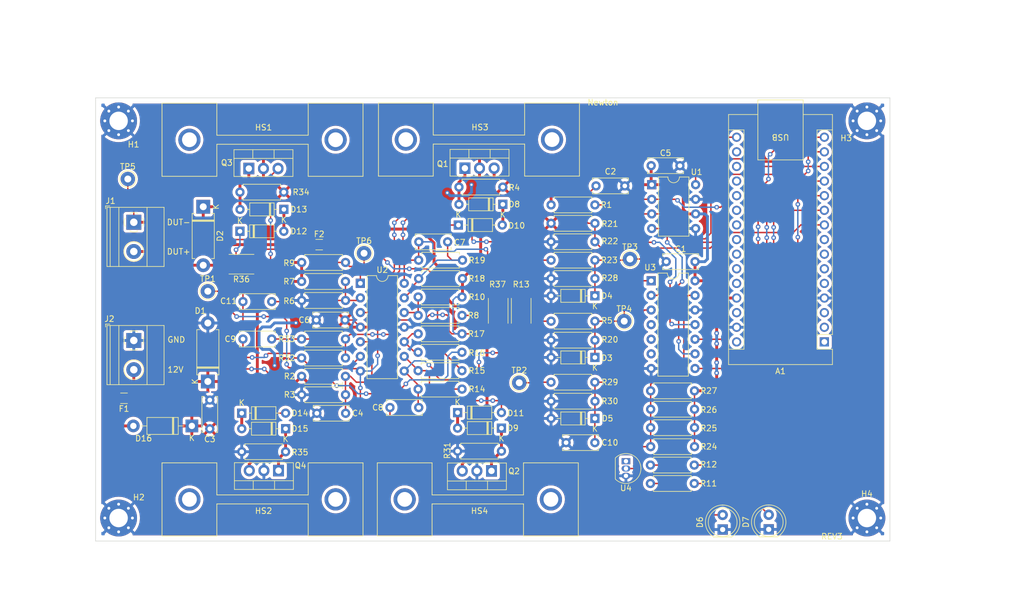
<source format=kicad_pcb>
(kicad_pcb (version 20221018) (generator pcbnew)
  (title_block (title "USB Curve Tracer Layout") (date "2023-08-10") (rev "3"))
  (layers (0 "F.Cu" signal) (31 "B.Cu" signal) (34 "B.Paste" user) (35 "F.Paste" user) (36 "B.SilkS" user "B.Silkscreen") (37 "F.SilkS" user "F.Silkscreen") (38 "B.Mask" user) (39 "F.Mask" user) (44 "Edge.Cuts" user))
  (net 0 "")
  (net 1 "GND")
  (net 4 "+5V")
  (net 10 "Net-(A1-D6)")
  (net 11 "Net-(A1-D7)")
  (net 12 "Net-(A1-D8)")
  (net 13 "Net-(A1-D9)")
  (net 14 "Net-(A1-D10)")
  (net 15 "Net-(A1-D11)")
  (net 16 "+12V")
  (net 17 "Net-(A1-D12)")
  (net 18 "Net-(A1-D13)")
  (net 31 "Net-(U2B-+)")
  (net 32 "Net-(C7-Pad2)")
  (net 33 "Net-(C8-Pad2)")
  (net 34 "Net-(D6-A)")
  (net 35 "Net-(D7-A)")
  (net 36 "Net-(J2-Pin_2)")
  (net 37 "Net-(F2-Pad2)")
  (net 38 "/IV_Variation/Vmiddle")
  (net 39 "V{slash}2")
  (net 40 "Net-(U2B--)")
  (net 41 "Net-(D10-K)")
  (net 42 "Net-(U2A--)")
  (net 43 "Net-(D12-K)")
  (net 44 "Net-(U2D-+)")
  (net 45 "Net-(D2-A1)")
  (net 46 "Net-(U2C--)")
  (net 47 "/IV_Variation/DUT_V")
  (net 48 "Net-(U2C-+)")
  (net 49 "Net-(U2D--)")
  (net 50 "/IV_Variation/DUT_I")
  (net 51 "Net-(D2-A2)")
  (net 52 "Net-(D10-A)")
  (net 56 "Net-(D8-A)")
  (net 57 "Net-(D9-K)")
  (net 58 "Net-(D11-K)")
  (net 59 "Net-(D12-A)")
  (net 60 "Net-(D13-A)")
  (net 61 "Net-(D14-K)")
  (net 62 "Net-(D15-K)")
  (net 63 "/IV_Variation/Sweep Voltage Buffer/Sweep_Amplified")
  (net 64 "Net-(U3-Vref)")
  (net 65 "/IV_Variation/Sweep_Input")
  (net 66 "Net-(D16-A)")
  (footprint "Diode_THT:D_DO-35_SOD27_P7.62mm_Horizontal" (layer "F.Cu") (at 105.04 82.19 180)
    (fp_text reference "D13")
    (fp_text value "1N4148")
  )
  (footprint "Capacitor_THT:C_Disc_D6.0mm_W2.5mm_P5.00mm" (layer "F.Cu") (at 159.27 78.11)
    (fp_text reference "C2")
    (fp_text value "0.1uF")
  )
  (footprint "LED_THT:LED_D5.0mm" (layer "F.Cu") (at 181.27 137.81 90)
    (fp_text reference "D6")
    (fp_text value "WP7113SGD")
  )
  (footprint "Package_TO_SOT_THT:TO-92_Inline" (layer "F.Cu") (at 164.47 125.94 -90)
    (fp_text reference "U4")
    (fp_text value "LM385BZ-2.5")
  )
  (footprint "Package_DIP:DIP-14_W7.62mm" (layer "F.Cu") (at 168.85 94.59)
    (fp_text reference "U3")
    (fp_text value "MCP3204")
  )
  (footprint "Resistor_THT:R_Axial_DIN0207_L6.3mm_D2.5mm_P7.62mm_Horizontal" (layer "F.Cu") (at 128.37 103.81)
    (fp_text reference "R17")
    (fp_text value "10k+/-0.1%")
  )
  (footprint "Resistor_THT:R_Axial_DIN0207_L6.3mm_D2.5mm_P7.62mm_Horizontal" (layer "F.Cu") (at 115.74 94.71 180)
    (fp_text reference "R7")
    (fp_text value "10k")
  )
  (footprint "Resistor_THT:R_Axial_DIN0207_L6.3mm_D2.5mm_P7.62mm_Horizontal" (layer "F.Cu") (at 151.45 112.21)
    (fp_text reference "R29")
    (fp_text value "3.83k+/-0.1%")
  )
  (footprint "TestPoint:TestPoint_THTPad_D2.5mm_Drill1.2mm" (layer "F.Cu") (at 77.93 76.91)
    (fp_text reference "TP5")
    (fp_text value "4952")
  )
  (footprint "Capacitor_THT:C_Disc_D6.0mm_W2.5mm_P5.00mm" (layer "F.Cu") (at 115.67 101.41 180)
    (fp_text reference "C6")
    (fp_text value "0.1uF")
  )
  (footprint "Resistor_THT:R_Axial_DIN0207_L6.3mm_D2.5mm_P7.62mm_Horizontal" (layer "F.Cu") (at 176.38 113.71 180)
    (fp_text reference "R27")
    (fp_text value "10k")
  )
  (footprint "TerminalBlock_Phoenix:TerminalBlock_Phoenix_MKDS-1,5-2-5.08_1x02_P5.08mm_Horizontal" (layer "F.Cu") (at 78.967056 84.427056 -90)
    (fp_text reference "J1")
    (fp_text value "DUT Connector")
  )
  (footprint "Fuse:Fuse_1206_3216Metric_Pad1.42x1.75mm_HandSolder" (layer "F.Cu") (at 111.17 88.31)
    (fp_text reference "F2")
    (fp_text value "1A")
  )
  (footprint "Resistor_THT:R_Axial_DIN0207_L6.3mm_D2.5mm_P7.62mm_Horizontal" (layer "F.Cu") (at 115.75 114.39 180)
    (fp_text reference "R3")
    (fp_text value "10k")
  )
  (footprint "Resistor_THT:R_Axial_DIN0207_L6.3mm_D2.5mm_P7.62mm_Horizontal" (layer "F.Cu") (at 135.99 100.61 180)
    (fp_text reference "R8")
    (fp_text value "1k+/-0.1%")
  )
  (footprint "Package_TO_SOT_THT:TO-220-3_Vertical" (layer "F.Cu") (at 98.95 75.09)
    (fp_text reference "Q3")
    (fp_text value "TIP122")
  )
  (footprint "Resistor_THT:R_Axial_DIN0207_L6.3mm_D2.5mm_P7.62mm_Horizontal" (layer "F.Cu") (at 136.07 91.01 180)
    (fp_text reference "R19")
    (fp_text value "11.8k+/-0.1%")
  )
  (footprint "Resistor_THT:R_Axial_DIN0207_L6.3mm_D2.5mm_P7.62mm_Horizontal" (layer "F.Cu") (at 105.03 79.19 180)
    (fp_text reference "R34")
    (fp_text value "4.7k")
  )
  (footprint "Resistor_THT:R_Axial_DIN0207_L6.3mm_D2.5mm_P7.62mm_Horizontal" (layer "F.Cu") (at 135.99 113.41 180)
    (fp_text reference "R14")
    (fp_text value "10k+/-0.1%")
  )
  (footprint "Capacitor_THT:C_Disc_D6.0mm_W2.5mm_P5.00mm" (layer "F.Cu") (at 97.93 98.21)
    (fp_text reference "C11")
    (fp_text value "100pF")
  )
  (footprint "Library:HSINK_531002B02500G" (layer "F.Cu") (at 138.73 132.57)
    (fp_text reference "HS4")
    (fp_text value "13.40°C/W")
  )
  (footprint "LED_THT:LED_D5.0mm" (layer "F.Cu") (at 189.27 137.785 90)
    (fp_text reference "D7")
    (fp_text value "WP7113ID")
  )
  (footprint "Capacitor_THT:C_Disc_D6.0mm_W2.5mm_P5.00mm" (layer "F.Cu") (at 92.17 120.31 90)
    (fp_text reference "C3")
    (fp_text value "10uF")
  )
  (footprint "Diode_THT:D_DO-35_SOD27_P7.62mm_Horizontal" (layer "F.Cu") (at 159.08 107.91 180)
    (fp_text reference "D3")
    (fp_text value "BZX79-C2V4")
  )
  (footprint "Capacitor_THT:C_Disc_D6.0mm_W2.5mm_P5.00mm" (layer "F.Cu") (at 102.93 104.71 180)
    (fp_text reference "C9")
    (fp_text value "100pF")
  )
  (footprint "TestPoint:TestPoint_THTPad_D2.5mm_Drill1.2mm" (layer "F.Cu") (at 118.97 89.81)
    (fp_text reference "TP6")
    (fp_text value "4952")
  )
  (footprint "Diode_THT:D_DO-35_SOD27_P7.62mm_Horizontal" (layer "F.Cu") (at 97.41 85.99)
    (fp_text reference "D12")
    (fp_text value "1N4148")
  )
  (footprint "Resistor_THT:R_Axial_DIN0207_L6.3mm_D2.5mm_P7.62mm_Horizontal" (layer "F.Cu") (at 159.09 115.51 180)
    (fp_text reference "R30")
    (fp_text value "1k")
  )
  (footprint "Resistor_THT:R_Axial_DIN0207_L6.3mm_D2.5mm_P7.62mm_Horizontal" (layer "F.Cu") (at 151.46 91.01)
    (fp_text reference "R23")
    (fp_text value "3.83k+/-0.1%")
  )
  (footprint "Resistor_SMD:R_2512_6332Metric_Pad1.40x3.35mm_HandSolder" (layer "F.Cu") (at 97.67 91.71 180)
    (fp_text reference "R36")
    (fp_text value "1.5")
  )
  (footprint "Diode_THT:D_DO-35_SOD27_P7.62mm_Horizontal" (layer "F.Cu") (at 135.36 84.91)
    (fp_text reference "D10")
    (fp_text value "1N4148")
  )
  (footprint "Diode_THT:D_DO-35_SOD27_P7.62mm_Horizontal" (layer "F.Cu") (at 159.08 97.21 180)
    (fp_text reference "D4")
    (fp_text value "BZX79-C2V4")
  )
  (footprint "Library:HSINK_531002B02500G" (layer "F.Cu") (at 101.33 70.09)
    (fp_text reference "HS1")
    (fp_text value "13.40°C/W")
  )
  (footprint "Resistor_THT:R_Axial_DIN0207_L6.3mm_D2.5mm_P7.62mm_Horizontal" (layer "F.Cu") (at 176.38 120.11 180)
    (fp_text reference "R25")
    (fp_text value "10k")
  )
  (footprint "TestPoint:TestPoint_THTPad_D2.5mm_Drill1.2mm" (layer "F.Cu") (at 145.93 112.31)
    (fp_text reference "TP2")
    (fp_text value "4952")
  )
  (footprint "MountingHole:MountingHole_3.2mm_M3_Pad_Via" (layer "F.Cu") (at 76.33 66.81)
    (fp_text reference "H1")
    (fp_text value "M3")
  )
  (footprint "Library:HSINK_531002B02500G" (layer "F.Cu") (at 101.33 132.57)
    (fp_text reference "HS2")
    (fp_text value "13.40°C/W")
  )
  (footprint "MountingHole:MountingHole_3.2mm_M3_Pad_Via" (layer "F.Cu") (at 206.33 135.81)
    (fp_text reference "H4")
    (fp_text value "M3")
  )
  (footprint "Resistor_THT:R_Axial_DIN0207_L6.3mm_D2.5mm_P7.62mm_Horizontal" (layer "F.Cu") (at 151.46 81.41)
    (fp_text reference "R1")
    (fp_text value "10k")
  )
  (footprint "MountingHole:MountingHole_3.2mm_M3_Pad_Via" (layer "F.Cu") (at 76.33 135.81)
    (fp_text reference "H2")
    (fp_text value "M3")
  )
  (footprint "Resistor_SMD:R_2512_6332Metric_Pad1.40x3.35mm_HandSolder" (layer "F.Cu") (at 146.27 99.81 -90)
    (fp_text reference "R13")
    (fp_text value "1+/-1%")
  )
  (footprint "Diode_THT:D_DO-35_SOD27_P7.62mm_Horizontal" (layer "F.Cu") (at 159.08 118.51 180)
    (fp_text reference "D5")
    (fp_text value "BZX79-C2V4")
  )
  (footprint "Resistor_THT:R_Axial_DIN0207_L6.3mm_D2.5mm_P7.62mm_Horizontal" (layer "F.Cu") (at 108.12 108.01)
    (fp_text reference "R32")
    (fp_text value "1k")
  )
  (footprint "Capacitor_THT:C_Disc_D6.0mm_W2.5mm_P5.00mm" (layer "F.Cu") (at 176.47 91.27 180)
    (fp_text reference "C1")
    (fp_text value "0.1uF")
  )
  (footprint "Resistor_THT:R_Axial_DIN0207_L6.3mm_D2.5mm_P7.62mm_Horizontal" (layer "F.Cu") (at 159.08 94.21 180)
    (fp_text reference "R28")
    (fp_text value "1k+/-0.1%")
  )
  (footprint "Package_DIP:DIP-14_W7.62mm" (layer "F.Cu") (at 118.33 95.03)
    (fp_text reference "U2")
    (fp_text value "LMC6484A")
  )
  (footprint "Capacitor_THT:C_Disc_D6.0mm_W2.5mm_P5.00mm" (layer "F.Cu") (at 159.07 122.71 180)
    (fp_text reference "C10")
    (fp_text value "0.1uF")
  )
  (footprint "Capacitor_THT:C_Disc_D6.0mm_W2.5mm_P5.00mm" (layer "F.Cu") (at 115.77 117.61 180)
    (fp_text reference "C4")
    (fp_text value "0.1uF")
  )
  (footprint "Package_TO_SOT_THT:TO-220-3_Vertical" (layer "F.Cu") (at 141.11 127.625 180)
    (fp_text reference "Q2")
    (fp_text value "TIP127")
  )
  (footprint "Resistor_THT:R_Axial_DIN0207_L6.3mm_D2.5mm_P7.62mm_Horizontal" (layer "F.Cu") (at 128.37 97.41)
    (fp_text reference "R10")
    (fp_text value "11.8k+/-0.1%")
  )
  (footprint "Resistor_THT:R_Axial_DIN0207_L6.3mm_D2.5mm_P7.62mm_Horizontal" (layer "F.Cu") (at 115.75 91.41 180)
    (fp_text reference "R9")
    (fp_text value "1k")
  )
  (footprint "Resistor_THT:R_Axial_DIN0207_L6.3mm_D2.5mm_P7.62mm_Horizontal" (layer "F.Cu") (at 159.08 104.91 180)
    (fp_text reference "R20")
    (fp_text value "1k+/-0.1%")
  )
  (footprint "Diode_THT:D_DO-15_P10.16mm_Horizontal" (layer "F.Cu") (at 91.03 81.73 -90)
    (fp_text reference "D2")
    (fp_text value "SA13CA")
  )
  (footprint "Resistor_THT:R_Axial_DIN0207_L6.3mm_D2.5mm_P7.62mm_Horizontal" (layer "F.Cu") (at 135.98 107.01 180)
    (fp_text reference "R16")
    (fp_text value "10k+/-0.1%")
  )
  (footprint "Diode_THT:D_DO-35_SOD27_P7.62mm_Horizontal" (layer "F.Cu") (at 105.34 120.29 180)
    (fp_text reference "D15")
    (fp_text value "1N4148")
  )
  (footprint "Module:Arduino_Nano" (layer "F.Cu") (at 198.94 105.21 180)
    (fp_text reference "A1")
    (fp_text value "Arduino_Nano_v3.x")
  )
  (footprint "Package_DIP:DIP-8_W7.62mm" (layer "F.Cu") (at 168.95 77.895)
    (fp_text reference "U1")
    (fp_text value "MCP4911")
  )
  (footprint "Resistor_THT:R_Axial_DIN0207_L6.3mm_D2.5mm_P7.62mm_Horizontal" (layer "F.Cu") (at 176.38 116.91 180)
    (fp_text reference "R26")
    (fp_text value "10k")
  )
  (footprint "Diode_THT:D_DO-35_SOD27_P7.62mm_Horizontal" (layer "F.Cu") (at 142.84 120.19 180)
    (fp_text reference "D9")
    (fp_text value "1N4148")
  )
  (footprint "MountingHole:MountingHole_3.2mm_M3_Pad_Via" (layer "F.Cu") (at 206.33 66.81)
    (fp_text reference "H3")
    (fp_text value "M3")
  )
  (footprint "Library:HSINK_531002B02500G" (layer "F.Cu") (at 138.93 70.06)
    (fp_text reference "HS3")
    (fp_text value "13.40°C/W")
  )
  (footprint "Resistor_THT:R_Axial_DIN0207_L6.3mm_D2.5mm_P7.62mm_Horizontal" (layer "F.Cu") (at 136.07 94.21 180)
    (fp_text reference "R18")
    (fp_text value "1k+/-0.1%")
  )
  (footprint "TestPoint:TestPoint_THTPad_D2.5mm_Drill1.2mm" (layer "F.Cu") (at 91.83 96.41)
    (fp_text reference "TP1")
    (fp_text value "4952")
  )
  (footprint "Resistor_THT:R_Axial_DIN0207_L6.3mm_D2.5mm_P7.62mm_Horizontal" (layer "F.Cu") (at 176.38 123.41 180)
    (fp_text reference "R24")
    (fp_text value "10k")
  )
  (footprint "Resistor_THT:R_Axial_DIN0207_L6.3mm_D2.5mm_P7.62mm_Horizontal" (layer "F.Cu") (at 108.12 104.71)
    (fp_text reference "R33")
    (fp_text value "10k")
  )
  (footprint "Resistor_THT:R_Axial_DIN0207_L6.3mm_D2.5mm_P7.62mm_Horizontal" (layer "F.Cu") (at 135.98 110.21 180)
    (fp_text reference "R15")
    (fp_text value "10k+/-0.1%")
  )
  (footprint "TestPoint:TestPoint_THTPad_D2.5mm_Drill1.2mm" (layer "F.Cu") (at 165.17 90.81)
    (fp_text reference "TP3")
    (fp_text value "4952")
  )
  (footprint "Diode_THT:D_DO-35_SOD27_P7.62mm_Horizontal" (layer "F.Cu") (at 97.72 117.59)
    (fp_text reference "D14")
    (fp_text value "1N4148")
  )
  (footprint "Diode_THT:D_DO-35_SOD27_P7.62mm_Horizontal" (layer "F.Cu") (at 143.08 81.31 180)
    (fp_text reference "D8")
    (fp_text value "1N4148")
  )
  (footprint "Fuse:Fuse_1206_3216Metric_Pad1.42x1.75mm_HandSolder" (layer "F.Cu") (at 77.267056 115.007056 180)
    (fp_text reference "F1")
    (fp_text value "3A")
  )
  (footprint "Diode_THT:D_DO-35_SOD27_P7.62mm_Horizontal" (layer "F.Cu") (at 135.22 117.49)
    (fp_text reference "D11")
    (fp_text value "1N4148")
  )
  (footprint "Resistor_THT:R_Axial_DIN0207_L6.3mm_D2.5mm_P7.62mm_Horizontal" (layer "F.Cu") (at 168.72 126.61)
    (fp_text reference "R12")
    (fp_text value "619")
  )
  (footprint "Package_TO_SOT_THT:TO-220-3_Vertical" (layer "F.Cu") (at 136.49 75.035)
    (fp_text reference "Q1")
    (fp_text value "TIP122")
  )
  (footprint "Resistor_THT:R_Axial_DIN0207_L6.3mm_D2.5mm_P7.62mm_Horizontal" (layer "F.Cu") (at 143.08 78.31 180)
    (fp_text reference "R4")
    (fp_text value "4.7k")
  )
  (footprint "Resistor_THT:R_Axial_DIN0207_L6.3mm_D2.5mm_P7.62mm_Horizontal" (layer "F.Cu") (at 142.84 124.19 180)
    (fp_text reference "R31")
    (fp_text value "4.7k")
  )
  (footprint "Resistor_SMD:R_2512_6332Metric_Pad1.40x3.35mm_HandSolder" (layer "F.Cu") (at 142.27 99.81 -90)
    (fp_text reference "R37")
    (fp_text value "1+/-1%")
  )
  (footprint "Capacitor_THT:C_Disc_D6.0mm_W2.5mm_P5.00mm" (layer "F.Cu") (at 133.49 87.83 180)
    (fp_text reference "C7")
    (fp_text value "10nF")
  )
  (footprint "Resistor_THT:R_Axial_DIN0207_L6.3mm_D2.5mm_P7.62mm_Horizontal" (layer "F.Cu") (at 115.75 98.01 180)
    (fp_text reference "R6")
    (fp_text value "10k")
  )
  (footprint "Diode_THT:D_DO-41_SOD81_P10.16mm_Horizontal" (layer "F.Cu") (at 89.05 119.81 180)
    (fp_text reference "D16")
    (fp_text value "1N5817")
  )
  (footprint "Capacitor_THT:C_Disc_D6.0mm_W2.5mm_P5.00mm" (layer "F.Cu") (at 123.47 116.61)
    (fp_text reference "C8")
    (fp_text value "10nF")
  )
  (footprint "Resistor_THT:R_Axial_DIN0207_L6.3mm_D2.5mm_P7.62mm_Horizontal" (layer "F.Cu") (at 108.12 111.19)
    (fp_text reference "R2")
    (fp_text value "10k")
  )
  (footprint "Diode_THT:D_DO-15_P10.16mm_Horizontal" (layer "F.Cu") (at 91.83 112.09 90)
    (fp_text reference "D1")
    (fp_text value "SA13A")
  )
  (footprint "TestPoint:TestPoint_THTPad_D2.5mm_Drill1.2mm" (layer "F.Cu") (at 164.17 101.61)
    (fp_text reference "TP4")
    (fp_text value "4952")
  )
  (footprint "Resistor_THT:R_Axial_DIN0207_L6.3mm_D2.5mm_P7.62mm_Horizontal" (layer "F.Cu") (at 151.46 84.61)
    (fp_text reference "R21")
    (fp_text value "14k")
  )
  (footprint "Resistor_THT:R_Axial_DIN0207_L6.3mm_D2.5mm_P7.62mm_Horizontal" (layer "F.Cu") (at 151.46 101.61)
    (fp_text reference "R5")
    (fp_text value "3.83k+/-0.1%")
  )
  (footprint "TerminalBlock_Phoenix:TerminalBlock_Phoenix_MKDS-1,5-2-5.08_1x02_P5.08mm_Horizontal" (layer "F.Cu") (at 78.967056 104.962056 -90)
    (fp_text reference "J2")
    (fp_text value "Power Input")
  )
  (footprint "Resistor_THT:R_Axial_DIN0207_L6.3mm_D2.5mm_P7.62mm_Horizontal" (layer "F.Cu") (at 105.34 124.29 180)
    (fp_text reference "R35")
    (fp_text value "4.7k")
  )
  (footprint "Resistor_THT:R_Axial_DIN0207_L6.3mm_D2.5mm_P7.62mm_Horizontal" (layer "F.Cu") (at 168.72 129.81)
    (fp_text reference "R11")
    (fp_text value "619")
  )
  (footprint "Capacitor_THT:C_Disc_D6.0mm_W2.5mm_P5.00mm" (layer "F.Cu") (at 168.85 74.595)
    (fp_text reference "C5")
    (fp_text value "0.1uF")
  )
  (footprint "Resistor_THT:R_Axial_DIN0207_L6.3mm_D2.5mm_P7.62mm_Horizontal" (layer "F.Cu") (at 159.08 87.81 180)
    (fp_text reference "R22")
    (fp_text value "10k")
  )
  (footprint "Package_TO_SOT_THT:TO-220-3_Vertical" (layer "F.Cu") (at 104.11 127.57 180)
    (fp_text reference "Q4")
    (fp_text value "TIP127")
  )
  (gr_line (start 210.33 139.81) (end 210.33 62.81) (stroke (width 0.1)) (layer "Edge.Cuts"))
  (gr_line (start 72.33 62.81) (end 72.33 139.81) (stroke (width 0.1)) (layer "Edge.Cuts"))
  (gr_line (start 72.33 62.81) (end 210.33 62.81) (stroke (width 0.1)) (layer "Edge.Cuts"))
  (gr_line (start 72.33 139.81) (end 210.33 139.81) (stroke (width 0.1)) (layer "Edge.Cuts"))
  (gr_text "Newton" (at 157.7 64.2) (layer "F.SilkS") (effects (font (size 1 1)) (justify left bottom)))
  (gr_text "DUT+" (at 84.63 90.11) (layer "F.SilkS") (effects (font (size 1 1)) (justify left bottom)))
  (gr_text "GND" (at 84.73 105.41) (layer "F.SilkS") (effects (font (size 1 1)) (justify left bottom)))
  (gr_text "DUT-" (at 84.63 85.01) (layer "F.SilkS") (effects (font (size 1 1)) (justify left bottom)))
  (gr_text "12V" (at 84.73 110.61) (layer "F.SilkS") (effects (font (size 1 1)) (justify left bottom)))
  (gr_text "REV3" (at 198.3 139.6) (layer "F.SilkS") (effects (font (size 1 1)) (justify left bottom)))
  (segment (start 151.46 78.68) (end 152.13 78.01) (width 0.5) (layer "F.Cu") (net 4))
  (segment (start 179.43 113.71) (end 176.38 113.71) (width 0.5) (layer "F.Cu") (net 4))
  (segment (start 180.23 95.11) (end 180.23 97.01) (width 0.5) (layer "F.Cu") (net 4))
  (segment (start 176.47 94.59) (end 179.71 94.59) (width 0.5) (layer "F.Cu") (net 4))
  (segment (start 180.25 97.59) (end 180.23 97.61) (width 0.5) (layer "F.Cu") (net 4))
  (segment (start 180.23 97.01) (end 180.23 97.61) (width 0.5) (layer "F.Cu") (net 4))
  (segment (start 174.43 78.61) (end 174.43 82.21) (width 0.5) (layer "F.Cu") (net 4))
  (segment (start 168.85 77.795) (end 168.95 77.895) (width 0.5) (layer "F.Cu") (net 4))
  (segment (start 168.95 77.895) (end 173.715 77.895) (width 0.5) (layer "F.Cu") (net 4))
  (segment (start 173.715 77.895) (end 174.43 78.61) (width 0.5) (layer "F.Cu") (net 4))
  (segment (start 176.38 123.41) (end 176.38 120.11) (width 0.25) (layer "F.Cu") (net 4))
  (segment (start 155.93 78.01) (end 157.83 76.11) (width 0.5) (layer "F.Cu") (net 4))
  (segment (start 183.7 97.59) (end 180.25 97.59) (width 0.5) (layer "F.Cu") (net 4))
  (segment (start 179.71 94.59) (end 180.23 95.11) (width 0.5) (layer "F.Cu") (net 4))
  (segment (start 176.38 113.71) (end 176.38 116.91) (width 0.25) (layer "F.Cu") (net 4))
  (segment (start 176.38 120.11) (end 176.38 116.91) (width 0.25) (layer "F.Cu") (net 4))
  (segment (start 151.46 81.41) (end 151.46 78.68) (width 0.5) (layer "F.Cu") (net 4))
  (segment (start 157.83 76.11) (end 165.43 76.11) (width 0.5) (layer "F.Cu") (net 4))
  (segment (start 175.195 82.975) (end 176.57 82.975) (width 0.5) (layer "F.Cu") (net 4))
  (segment (start 180.23 112.91) (end 179.43 113.71) (width 0.5) (layer "F.Cu") (net 4))
  (segment (start 176.47 94.59) (end 176.47 91.27) (width 0.5) (layer "F.Cu") (net 4))
  (segment (start 167.215 77.895) (end 168.95 77.895) (width 0.5) (layer "F.Cu") (net 4))
  (segment (start 168.85 74.595) (end 168.85 77.795) (width 0.5) (layer "F.Cu") (net 4))
  (segment (start 152.13 78.01) (end 155.93 78.01) (width 0.5) (layer "F.Cu") (net 4))
  (segment (start 180.23 110.61) (end 180.23 112.91) (width 0.5) (layer "F.Cu") (net 4))
  (segment (start 180.23 97.61) (end 180.23 103.71) (width 0.5) (layer "F.Cu") (net 4))
  (segment (start 165.43 76.11) (end 167.215 77.895) (width 0.5) (layer "F.Cu") (net 4))
  (segment (start 180.23 105.51) (end 180.23 108.81) (width 0.5) (layer "F.Cu") (net 4))
  (segment (start 174.43 82.21) (end 175.195 82.975) (width 0.5) (layer "F.Cu") (net 4))
  (via (at 180.23 108.81) (size 0.8) (drill 0.4) (layers "F.Cu" "B.Cu") (net 4))
  (via (at 180.23 103.71) (size 0.8) (drill 0.4) (layers "F.Cu" "B.Cu") (net 4))
  (via (at 180.23 105.51) (size 0.8) (drill 0.4) (layers "F.Cu" "B.Cu") (net 4))
  (via (at 180.23 110.61) (size 0.8) (drill 0.4) (layers "F.Cu" "B.Cu") (net 4))
  (segment (start 178.195 82.975) (end 176.57 82.975) (width 0.5) (layer "B.Cu") (net 4))
  (segment (start 176.47 91.27) (end 178.17 91.27) (width 0.5) (layer "B.Cu") (net 4))
  (segment (start 178.63 83.41) (end 178.195 82.975) (width 0.5) (layer "B.Cu") (net 4))
  (segment (start 178.63 90.81) (end 178.63 83.41) (width 0.5) (layer "B.Cu") (net 4))
  (segment (start 180.23 108.81) (end 180.23 110.61) (width 0.5) (layer "B.Cu") (net 4))
  (segment (start 178.17 91.27) (end 178.63 90.81) (width 0.5) (layer "B.Cu") (net 4))
  (segment (start 180.23 103.71) (end 180.23 105.51) (width 0.5) (layer "B.Cu") (net 4))
  (segment (start 159.08 87.81) (end 160.18 88.91) (width 0.25) (layer "F.Cu") (net 10))
  (segment (start 166.63 88.31) (end 167.23 88.91) (width 0.25) (layer "F.Cu") (net 10))
  (segment (start 157.93 84.61) (end 157.43 84.11) (width 0.25) (layer "F.Cu") (net 10))
  (segment (start 194.85 84.89) (end 198.94 84.89) (width 0.25) (layer "F.Cu") (net 10))
  (segment (start 159.08 84.61) (end 159.08 87.81) (width 0.25) (layer "F.Cu") (net 10))
  (segment (start 163.03 88.91) (end 163.63 88.31) (width 0.25) (layer "F.Cu") (net 10))
  (segment (start 157.43 79.95) (end 159.27 78.11) (width 0.25) (layer "F.Cu") (net 10))
  (segment (start 157.43 84.11) (end 157.43 79.95) (width 0.25) (layer "F.Cu") (net 10))
  (segment (start 159.08 84.61) (end 157.93 84.61) (width 0.25) (layer "F.Cu") (net 10))
  (segment (start 167.23 88.91) (end 179.13 88.91) (width 0.25) (layer "F.Cu") (net 10))
  (segment (start 181.83 86.21) (end 193.53 86.21) (width 0.25) (layer "F.Cu") (net 10))
  (segment (start 193.53 86.21) (end 194.85 84.89) (width 0.25) (layer "F.Cu") (net 10))
  (segment (start 163.63 88.31) (end 166.63 88.31) (width 0.25) (layer "F.Cu") (net 10))
  (segment (start 179.13 88.91) (end 181.83 86.21) (width 0.25) (layer "F.Cu") (net 10))
  (segment (start 160.18 88.91) (end 163.03 88.91) (width 0.25) (layer "F.Cu") (net 10))
  (segment (start 189.13 123.51) (end 190.13 122.51) (width 0.25) (layer "F.Cu") (net 11))
  (segment (start 191.49 82.35) (end 198.94 82.35) (width 0.25) (layer "F.Cu") (net 11))
  (segment (start 190.13 83.71) (end 191.49 82.35) (width 0.25) (layer "F.Cu") (net 11))
  (segment (start 176.34 126.61) (end 186.03 126.61) (width 0.25) (layer "F.Cu") (net 11))
  (segment (start 190.13 85.31) (end 190.13 83.71) (width 0.25) (layer "F.Cu") (net 11))
  (segment (start 186.03 126.61) (end 189.13 123.51) (width 0.25) (layer "F.Cu") (net 11))
  (segment (start 190.13 122.51) (end 190.13 87.11) (width 0.25) (layer "F.Cu") (net 11))
  (via (at 190.13 87.11) (size 0.8) (drill 0.4) (layers "F.Cu" "B.Cu") (net 11))
  (via (at 190.13 85.31) (size 0.8) (drill 0.4) (layers "F.Cu" "B.Cu") (net 11))
  (segment (start 190.13 87.11) (end 190.13 85.31) (width 0.25) (layer "B.Cu") (net 11))
  (segment (start 176.34 129.81) (end 192.53 129.81) (width 0.25) (layer "F.Cu") (net 12))
  (segment (start 198.94 79.81) (end 194.53 79.81) (width 0.25) (layer "F.Cu") (net 12))
  (segment (start 194.33 80.01) (end 194.33 81.31) (width 0.25) (layer "F.Cu") (net 12))
  (segment (start 194.53 79.81) (end 194.33 80.01) (width 0.25) (layer "F.Cu") (net 12))
  (segment (start 192.53 129.81) (end 194.28 128.06) (width 0.25) (layer "F.Cu") (net 12))
  (segment (start 194.33 87.01) (end 194.33 128.01) (width 0.25) (layer "F.Cu") (net 12))
  (segment (start 194.33 128.01) (end 194.28 128.06) (width 0.25) (layer "F.Cu") (net 12))
  (via (at 194.33 81.31) (size 0.8) (drill 0.4) (layers "F.Cu" "B.Cu") (net 12))
  (via (at 194.33 87.01) (size 0.8) (drill 0.4) (layers "F.Cu" "B.Cu") (net 12))
  (segment (start 194.33 81.31) (end 194.33 87.01) (width 0.25) (layer "B.Cu") (net 12))
  (segment (start 188.93 85.31) (end 188.93 80.51) (width 0.25) (layer "F.Cu") (net 13))
  (segment (start 185.61 109.83) (end 188.93 106.51) (width 0.25) (layer "F.Cu") (net 13))
  (segment (start 179.03 109.83) (end 185.61 109.83) (width 0.25) (layer "F.Cu") (net 13))
  (segment (start 188.93 106.51) (end 188.93 87.11) (width 0.25) (layer "F.Cu") (net 13))
  (segment (start 192.17 77.27) (end 198.94 77.27) (width 0.25) (layer "F.Cu") (net 13))
  (segment (start 188.93 80.51) (end 192.17 77.27) (width 0.25) (layer "F.Cu") (net 13))
  (segment (start 176.47 109.83) (end 179.03 109.83) (width 0.25) (layer "F.Cu") (net 13))
  (via (at 188.93 85.31) (size 0.8) (drill 0.4) (layers "F.Cu" "B.Cu") (net 13))
  (via (at 188.93 87.11) (size 0.8) (drill 0.4) (layers "F.Cu" "B.Cu") (net 13))
  (segment (start 188.93 87.11) (end 188.93 85.31) (width 0.25) (layer "B.Cu") (net 13))
  (segment (start 180.23 81.81) (end 180.93 81.81) (width 0.25) (layer "F.Cu") (net 14))
  (segment (start 168.95 80.435) (end 173.255 80.435) (width 0.25) (layer "F.Cu") (net 14))
  (segment (start 181.43 74.11) (end 182.13 73.41) (width 0.25) (layer "F.Cu") (net 14))
  (segment (start 182.13 73.41) (end 185.93 73.41) (width 0.25) (layer "F.Cu") (net 14))
  (segment (start 163.73 81.41) (end 164.705 80.435) (width 0.25) (layer "F.Cu") (net 14))
  (segment (start 173.255 80.435) (end 173.43 80.61) (width 0.25) (layer "F.Cu") (net 14))
  (segment (start 185.93 73.41) (end 187.25 74.73) (width 0.25) (layer "F.Cu") (net 14))
  (segment (start 164.705 80.435) (end 168.95 80.435) (width 0.25) (layer "F.Cu") (net 14))
  (segment (start 180.93 81.81) (end 181.43 81.31) (width 0.25) (layer "F.Cu") (net 14))
  (segment (start 159.08 81.41) (end 163.73 81.41) (width 0.25) (layer "F.Cu") (net 14))
  (segment (start 187.25 74.73) (end 198.94 74.73) (width 0.25) (layer "F.Cu") (net 14))
  (segment (start 181.43 81.31) (end 181.43 74.11) (width 0.25) (layer "F.Cu") (net 14))
  (via (at 180.23 81.81) (size 0.8) (drill 0.4) (layers "F.Cu" "B.Cu") (net 14))
  (via (at 173.43 80.61) (size 0.8) (drill 0.4) (layers "F.Cu" "B.Cu") (net 14))
  (segment (start 174.630002 81.810002) (end 180.229998 81.810002) (width 0.25) (layer "B.Cu") (net 14))
  (segment (start 180.229998 81.810002) (end 180.23 81.81) (width 0.25) (layer "B.Cu") (net 14))
  (segment (start 173.43 80.61) (end 174.630002 81.810002) (width 0.25) (layer "B.Cu") (net 14))
  (segment (start 174.23 94.71) (end 173.63 95.31) (width 0.25) (layer "F.Cu") (net 15))
  (segment (start 172.435 85.515) (end 174.83 87.91) (width 0.25) (layer "F.Cu") (net 15))
  (segment (start 182.13 81.51) (end 182.13 76.51) (width 0.25) (layer "F.Cu") (net 15))
  (segment (start 171.63 85.515) (end 171.63 87.91) (width 0.25) (layer "F.Cu") (net 15))
  (segment (start 179.33 87.91) (end 180.43 86.81) (width 0.25) (layer "F.Cu") (net 15))
  (segment (start 196.13 72.61) (end 196.55 72.19) (width 0.25) (layer "F.Cu") (net 15))
  (segment (start 196.55 72.19) (end 198.94 72.19) (width 0.25) (layer "F.Cu") (net 15))
  (segment (start 180.43 86.81) (end 180.43 83.21) (width 0.25) (layer "F.Cu") (net 15))
  (segment (start 182.13 76.51) (end 182.53 76.11) (width 0.25) (layer "F.Cu") (net 15))
  (segment (start 174.83 87.91) (end 177.43 87.91) (width 0.25) (layer "F.Cu") (net 15))
  (segment (start 177.43 87.91) (end 179.33 87.91) (width 0.25) (layer "F.Cu") (net 15))
  (segment (start 168.95 85.515) (end 171.63 85.515) (width 0.25) (layer "F.Cu") (net 15))
  (segment (start 182.53 76.11) (end 195.53 76.11) (width 0.25) (layer "F.Cu") (net 15))
  (segment (start 173.63 95.31) (end 173.63 105.11) (width 0.25) (layer "F.Cu") (net 15))
  (segment (start 196.13 73.91) (end 196.13 72.61) (width 0.25) (layer "F.Cu") (net 15))
  (segment (start 171.63 85.515) (end 172.435 85.515) (width 0.25) (layer "F.Cu") (net 15))
  (segment (start 180.43 83.21) (end 182.13 81.51) (width 0.25) (layer "F.Cu") (net 15))
  (segment (start 195.53 76.11) (end 196.13 75.51) (width 0.25) (layer "F.Cu") (net 15))
  (via (at 174.23 94.71) (size 0.8) (drill 0.4) (layers "F.Cu" "B.Cu") (net 15))
  (via (at 171.63 87.91) (size 0.8) (drill 0.4) (layers "F.Cu" "B.Cu") (net 15))
  (via (at 196.13 75.51) (size 0.8) (drill 0.4) (layers "F.Cu" "B.Cu") (net 15))
  (via (at 173.63 105.11) (size 0.8) (drill 0.4) (layers "F.Cu" "B.Cu") (net 15))
  (via (at 196.13 73.91) (size 0.8) (drill 0.4) (layers "F.Cu" "B.Cu") (net 15))
  (segment (start 176.47 107.29) (end 174.41 107.29) (width 0.25) (layer "B.Cu") (net 15))
  (segment (start 174.23 90.51) (end 174.23 94.71) (width 0.25) (layer "B.Cu") (net 15))
  (segment (start 174.41 107.29) (end 173.63 106.51) (width 0.25) (layer "B.Cu") (net 15))
  (segment (start 196.13 75.51) (end 196.13 73.91) (width 0.25) (layer "B.Cu") (net 15))
  (segment (start 171.63 87.91) (end 174.23 90.51) (width 0.25) (layer "B.Cu") (net 15))
  (segment (start 173.63 106.51) (end 173.63 105.11) (width 0.25) (layer "B.Cu") (net 15))
  (segment (start 117.09 101.41) (end 118.33 102.65) (width 0.25) (layer "F.Cu") (net 16))
  (segment (start 115.67 101.41) (end 117.09 101.41) (width 0.25) (layer "F.Cu") (net 16))
  (via (at 137.63 77.91) (size 0.8) (drill 0.4) (layers "F.Cu" "B.Cu") (net 16))
  (via (at 103.43 109.31) (size 0.8) (drill 0.4) (layers "F.Cu" "B.Cu") (net 16))
  (via (at 133.43 79.31) (size 0.8) (drill 0.4) (layers "F.Cu" "B.Cu") (net 16))
  (via (at 107.13 101.91) (size 0.8) (drill 0.4) (layers "F.Cu" "B.Cu") (net 16))
  (segment (start 101.33 102.61) (end 100.73 103.21) (width 0.5) (layer "B.Cu") (net 16))
  (segment (start 137.63 79.21) (end 137.63 77.91) (width 0.5) (layer "B.Cu") (net 16))
  (segment (start 102.73 102.61) (end 101.33 102.61) (width 0.5) (layer "B.Cu") (net 16))
  (segment (start 102.63 106.51) (end 103.43 107.31) (width 0.5) (layer "B.Cu") (net 16))
  (segment (start 103.43 101.91) (end 102.73 102.61) (width 0.5) (layer "B.Cu") (net 16))
  (segment (start 103.43 107.31) (end 103.43 109.31) (width 0.5) (layer "B.Cu") (net 16))
  (segment (start 101.33 106.51) (end 102.63 106.51) (width 0.5) (layer "B.Cu") (net 16))
  (segment (start 133.93 79.81) (end 137.03 79.81) (width 0.5) (layer "B.Cu") (net 16))
  (segment (start 137.03 79.81) (end 137.63 79.21) (width 0.5) (layer "B.Cu") (net 16))
  (segment (start 100.73 105.91) (end 101.33 106.51) (width 0.5) (layer "B.Cu") (net 16))
  (segment (start 133.43 79.31) (end 133.93 79.81) (width 0.5) (layer "B.Cu") (net 16))
  (segment (start 100.73 103.21) (end 100.73 105.91) (width 0.5) (layer "B.Cu") (net 16))
  (segment (start 107.13 101.91) (end 103.43 101.91) (width 0.5) (layer "B.Cu") (net 16))
  (segment (start 189.23 77.11) (end 189.23 76.91) (width 0.25) (layer "F.Cu") (net 17))
  (segment (start 185.53 107.01) (end 185.83 106.71) (width 0.25) (layer "F.Cu") (net 17))
  (segment (start 185.83 106.71) (end 187.43 105.11) (width 0.25) (layer "F.Cu") (net 17))
  (segment (start 187.43 105.11) (end 187.43 87.31) (width 0.25) (layer "F.Cu") (net 17))
  (segment (start 188.13 78.21) (end 189.23 77.11) (width 0.25) (layer "F.Cu") (net 17))
  (segment (start 187.43 85.21) (end 187.43 78.91) (width 0.25) (layer "F.Cu") (net 17))
  (segment (start 181.33 105.11) (end 181.33 106.51) (width 0.25) (layer "F.Cu") (net 17))
  (segment (start 181.83 107.01) (end 185.53 107.01) (width 0.25) (layer "F.Cu") (net 17))
  (segment (start 198.94 69.65) (end 192.49 69.65) (width 0.25) (layer "F.Cu") (net 17))
  (segment (start 176.47 104.75) (end 180.97 104.75) (width 0.25) (layer "F.Cu") (net 17))
  (segment (start 180.97 104.75) (end 181.33 105.11) (width 0.25) (layer "F.Cu") (net 17))
  (segment (start 187.43 78.91) (end 188.13 78.21) (width 0.25) (layer "F.Cu") (net 17))
  (segment (start 192.49 69.65) (end 189.53 72.61) (width 0.25) (layer "F.Cu") (net 17))
  (segment (start 181.33 106.51) (end 181.83 107.01) (width 0.25) (layer "F.Cu") (net 17))
  (via (at 187.43 85.21) (size 0.8) (drill 0.4) (layers "F.Cu" "B.Cu") (net 17))
  (via (at 187.43 87.31) (size 0.8) (drill 0.4) (layers "F.Cu" "B.Cu") (net 17))
  (via (at 189.23 76.91) (size 0.8) (drill 0.4) (layers "F.Cu" "B.Cu") (net 17))
  (via (at 189.53 72.61) (size 0.8) (drill 0.4) (layers "F.Cu" "B.Cu") (net 17))
  (segment (start 189.23 76.91) (end 189.23 72.91) (width 0.25) (layer "B.Cu") (net 17))
  (segment (start 189.23 72.91) (end 189.53 72.61) (width 0.25) (layer "B.Cu") (net 17))
  (segment (start 187.43 87.31) (end 187.43 85.21) (width 0.25) (layer "B.Cu") (net 17))
  (segment (start 166.53 85.71) (end 166.53 87.01) (width 0.25) (layer "F.Cu") (net 18))
  (segment (start 180.99 69.65) (end 183.7 69.65) (width 0.25) (layer "F.Cu") (net 18))
  (segment (start 179.23 86.31) (end 179.23 71.41) (width 0.25) (layer "F.Cu") (net 18))
  (segment (start 167.13 87.61) (end 167.43 87.91) (width 0.25) (layer "F.Cu") (net 18))
  (segment (start 172.13 101.81) (end 172.43 102.11) (width 0.25) (layer "F.Cu") (net 18))
  (segment (start 173.395 82.975) (end 174.23 83.81) (width 0.25) (layer "F.Cu") (net 18))
  (segment (start 174.23 83.81) (end 174.23 86.11) (width 0.25) (layer "F.Cu") (net 18))
  (segment (start 167.43 87.91) (end 169.33 87.91) (width 0.25) (layer "F.Cu") (net 18))
  (segment (start 166.53 83.61) (end 166.53 85.71) (width 0.25) (layer "F.Cu") (net 18))
  (segment (start 179.23 71.41) (end 180.99 69.65) (width 0.25) (layer "F.Cu") (net 18))
  (segment (start 172.13 94.81) (end 172.13 101.81) (width 0.25) (layer "F.Cu") (net 18))
  (segment (start 178.23 87.31) (end 179.23 86.31) (width 0.25) (layer "F.Cu") (net 18))
  (segment (start 168.95 82.975) (end 173.395 82.975) (width 0.25) (layer "F.Cu") (net 18))
  (segment (start 166.53 87.01) (end 167.13 87.61) (width 0.25) (layer "F.Cu") (net 18))
  (segment (start 175.43 87.31) (end 178.23 87.31) (width 0.25) (layer "F.Cu") (net 18))
  (segment (start 167.165 82.975) (end 166.53 83.61) (width 0.25) (layer "F.Cu") (net 18))
  (segment (start 168.95 82.975) (end 167.165 82.975) (width 0.25) (layer "F.Cu") (net 18))
  (segment (start 174.23 86.11) (end 175.43 87.31) (width 0.25) (layer "F.Cu") (net 18))
  (via (at 172.13 94.81) (size 0.8) (drill 0.4) (layers "F.Cu" "B.Cu") (net 18))
  (via (at 169.33 87.91) (size 0.8) (drill 0.4) (layers "F.Cu" "B.Cu") (net 18))
  (via (at 172.43 102.11) (size 0.8) (drill 0.4) (layers "F.Cu" "B.Cu") (net 18))
  (segment (start 170.33 87.91) (end 172.73 90.31) (width 0.25) (layer "B.Cu") (net 18))
  (segment (start 173.13 92.91) (end 173.13 93.81) (width 0.25) (layer "B.Cu") (net 18))
  (segment (start 172.73 90.31) (end 173.13 90.71) (width 0.25) (layer "B.Cu") (net 18))
  (segment (start 173.13 93.81) (end 172.13 94.81) (width 0.25) (layer "B.Cu") (net 18))
  (segment (start 169.33 87.91) (end 170.33 87.91) (width 0.25) (layer "B.Cu") (net 18))
  (segment (start 173.13 90.71) (end 173.13 92.91) (width 0.25) (layer "B.Cu") (net 18))
  (segment (start 172.43 102.11) (end 172.53 102.21) (width 0.25) (layer "B.Cu") (net 18))
  (segment (start 172.53 102.21) (end 176.47 102.21) (width 0.25) (layer "B.Cu") (net 18))
  (segment (start 117.63 112.21) (end 116.61 111.19) (width 0.25) (layer "F.Cu") (net 31))
  (segment (start 116.61 111.19) (end 115.74 111.19) (width 0.25) (layer "F.Cu") (net 31))
  (segment (start 115.75 114.39) (end 115.75 117.59) (width 0.25) (layer "F.Cu") (net 31))
  (segment (start 115.75 117.59) (end 115.77 117.61) (width 0.25) (layer "F.Cu") (net 31))
  (segment (start 120.03 112.21) (end 117.63 112.21) (width 0.25) (layer "F.Cu") (net 31))
  (segment (start 120.33 111.91) (end 120.03 112.21) (width 0.25) (layer "F.Cu") (net 31))
  (segment (start 115.74 114.38) (end 115.75 114.39) (width 0.25) (layer "F.Cu") (net 31))
  (segment (start 120.01 105.19) (end 120.33 105.51) (width 0.25) (layer "F.Cu") (net 31))
  (segment (start 115.74 111.19) (end 115.74 114.38) (width 0.25) (layer "F.Cu") (net 31))
  (segment (start 118.33 105.19) (end 120.01 105.19) (width 0.25) (layer "F.Cu") (net 31))
  (segment (start 120.33 105.51) (end 120.33 111.91) (width 0.25) (layer "F.Cu") (net 31))
  (segment (start 140.13 89.21) (end 140.13 89.11) (width 0.25) (layer "F.Cu") (net 32))
  (segment (start 151.46 91.01) (end 140.93 91.01) (width 0.25) (layer "F.Cu") (net 32))
  (segment (start 128.45 91.01) (end 126.83 91.01) (width 0.25) (layer "F.Cu") (net 32))
  (segment (start 128.45 87.87) (end 128.49 87.83) (width 0.25) (layer "F.Cu") (net 32))
  (segment (start 125.93 91.91) (end 125.95 91.93) (width 0.25) (layer "F.Cu") (net 32))
  (segment (start 140.93 91.01) (end 140.43 90.51) (width 0.25) (layer "F.Cu") (net 32))
  (segment (start 128.45 91.01) (end 128.45 87.87) (width 0.25) (layer "F.Cu") (net 32))
  (segment (start 140.43 90.51) (end 140.43 89.51) (width 0.25) (layer "F.Cu") (net 32))
  (segment (start 126.83 91.01) (end 125.93 91.91) (width 0.25) (layer "F.Cu") (net 32))
  (segment (start 125.95 91.93) (end 125.95 95.03) (width 0.25) (layer "F.Cu") (net 32))
  (segment (start 140.43 89.51) (end 140.13 89.21) (width 0.25) (layer "F.Cu") (net 32))
  (via (at 140.13 89.11) (size 0.8) (drill 0.4) (layers "F.Cu" "B.Cu") (net 32))
  (segment (start 131.33 89.51) (end 130.93 89.11) (width 0.25) (layer "B.Cu") (net 32))
  (segment (start 130.93 89.11) (end 130.93 88.11) (width 0.25) (layer "B.Cu") (net 32))
  (segment (start 134.63 89.51) (end 131.33 89.51) (width 0.25) (layer "B.Cu") (net 32))
  (segment (start 130.65 87.83) (end 128.49 87.83) (width 0.25) (layer "B.Cu") (net 32))
  (segment (start 140.13 89.11) (end 135.03 89.11) (width 0.25) (layer "B.Cu") (net 32))
  (segment (start 130.93 88.11) (end 130.65 87.83) (width 0.25) (layer "B.Cu") (net 32))
  (segment (start 135.03 89.11) (end 134.63 89.51) (width 0.25) (layer "B.Cu") (net 32))
  (segment (start 128.37 112.69) (end 128.37 113.41) (width 0.25) (layer "F.Cu") (net 33))
  (segment (start 145.73 107.11) (end 141.33 107.11) (width 0.25) (layer "F.Cu") (net 33))
  (segment (start 128.37 116.51) (end 128.47 116.61) (width 0.25) (layer "F.Cu") (net 33))
  (segment (start 149.03 106.51) (end 148.43 107.11) (width 0.25) (layer "F.Cu") (net 33))
  (segment (start 128.37 113.41) (end 128.37 116.51) (width 0.25) (layer "F.Cu") (net 33))
  (segment (start 151.46 101.61) (end 150.03 101.61) (width 0.25) (layer "F.Cu") (net 33))
  (segment (start 150.03 101.61) (end 149.03 102.61) (width 0.25) (layer "F.Cu") (net 33))
  (segment (start 132.23 111.81) (end 131.63 111.21) (width 0.25) (layer "F.Cu") (net 33))
  (segment (start 132.43 111.81) (end 132.23 111.81) (width 0.25) (layer "F.Cu") (net 33))
  (segment (start 138.93 108.71) (end 138.93 111.31) (width 0.25) (layer "F.Cu") (net 33))
  (segment (start 149.03 102.61) (end 149.03 106.51) (width 0.25) (layer "F.Cu") (net 33))
  (segment (start 138.93 111.31) (end 138.43 111.81) (width 0.25) (layer "F.Cu") (net 33))
  (segment (start 131.63 110.61) (end 130.23 109.21) (width 0.25) (layer "F.Cu") (net 33))
  (segment (start 131.63 111.21) (end 131.63 110.61) (width 0.25) (layer "F.Cu") (net 33))
  (segment (start 125.95 110.27) (end 128.37 112.69) (width 0.25) (layer "F.Cu") (net 33))
  (segment (start 148.43 107.11) (end 145.73 107.11) (width 0.25) (layer "F.Cu") (net 33))
  (segment (start 138.43 111.81) (end 132.43 111.81) (width 0.25) (layer "F.Cu") (net 33))
  (via (at 138.93 108.71) (size 0.8) (drill 0.4) (layers "F.Cu" "B.Cu") (net 33))
  (via (at 130.23 109.21) (size 0.8) (drill 0.4) (layers "F.Cu" "B.Cu") (net 33))
  (via (at 141.33 107.11) (size 0.8) (drill 0.4) (layers "F.Cu" "B.Cu") (net 33))
  (segment (start 129.53 108.51) (end 130.23 109.21) (width 0.25) (layer "B.Cu") (net 33))
  (segment (start 125.95 110.27) (end 127.71 108.51) (width 0.25) (layer "B.Cu") (net 33))
  (segment (start 139.03 107.11) (end 138.93 107.21) (width 0.25) (layer "B.Cu") (net 33))
  (segment (start 141.33 107.11) (end 139.03 107.11) (width 0.25) (layer "B.Cu") (net 33))
  (segment (start 138.93 107.21) (end 138.93 108.71) (width 0.25) (layer "B.Cu") (net 33))
  (segment (start 127.71 108.51) (end 129.53 108.51) (width 0.25) (layer "B.Cu") (net 33))
  (segment (start 174.49 135.27) (end 181.27 135.27) (width 0.25) (layer "F.Cu") (net 34))
  (segment (start 171.63 129.81) (end 173.23 131.41) (width 0.25) (layer "F.Cu") (net 34))
  (segment (start 173.23 131.41) (end 173.23 134.01) (width 0.25) (layer "F.Cu") (net 34))
  (segment (start 173.23 134.01) (end 174.49 135.27) (width 0.25) (layer "F.Cu") (net 34))
  (segment (start 168.72 129.81) (end 171.63 129.81) (width 0.25) (layer "F.Cu") (net 34))
  (segment (start 186.435 132.41) (end 189.27 135.245) (width 0.25) (layer "F.Cu") (net 35))
  (segment (start 168.72 126.61) (end 170.33 126.61) (width 0.25) (layer "F.Cu") (net 35))
  (segment (start 170.33 126.61) (end 174.33 130.61) (width 0.25) (layer "F.Cu") (net 35))
  (segment (start 174.33 130.61) (end 174.33 131.81) (width 0.25) (layer "F.Cu") (net 35))
  (segment (start 174.33 131.81) (end 174.93 132.41) (width 0.25) (layer "F.Cu") (net 35))
  (segment (start 174.93 132.41) (end 186.435 132.41) (width 0.25) (layer "F.Cu") (net 35))
  (segment (start 78.967056 114.794556) (end 78.754556 115.007056) (width 0.5) (layer "F.Cu") (net 36))
  (segment (start 78.967056 110.042056) (end 78.967056 114.794556) (width 0.5) (layer "F.Cu") (net 36))
  (segment (start 131.13 88.01) (end 128.73 85.61) (width 0.5) (layer "F.Cu") (net 37))
  (segment (start 138.93 92.61) (end 138.03 93.51) (width 0.5) (layer "F.Cu") (net 37))
  (segment (start 131.13 91.41) (end 131.13 88.01) (width 0.5) (layer "F.Cu") (net 37))
  (segment (start 133.63 93.91) (end 131.13 91.41) (width 0.5) (layer "F.Cu") (net 37))
  (segment (start 133.63 97.91) (end 133.63 93.91) (width 0.5) (layer "F.Cu") (net 37))
  (segment (start 138.03 93.51) (end 138.03 98.31) (width 0.5) (layer "F.Cu") (net 37))
  (segment (start 142.27 96.76) (end 144.23 96.76) (width 0.5) (layer "F.Cu") (net 37))
  (segment (start 139.13 99.91) (end 139.13 97.31) (width 0.25) (layer "F.Cu") (net 37))
  (segment (start 144.13 96.66) (end 144.13 93.61) (width 0.5) (layer "F.Cu") (net 37))
  (segment (start 113.33 85.61) (end 112.6575 86.2825) (width 0.5) (layer "F.Cu") (net 37))
  (segment (start 135.99 100.61) (end 138.43 100.61) (width 0.25) (layer "F.Cu") (net 37))
  (segment (start 144.23 96.76) (end 146.27 96.76) (width 0.5) (layer "F.Cu") (net 37))
  (segment (start 144.13 93.61) (end 143.13 92.61) (width 0.5) (layer "F.Cu") (net 37))
  (segment (start 142.22 96.81) (end 142.27 96.76) (width 0.25) (layer "F.Cu") (net 37))
  (segment (start 138.43 100.61) (end 139.13 99.91) (width 0.25) (layer "F.Cu") (net 37))
  (segment (start 112.6575 86.2825) (end 112.6575 88.31) (width 0.5) (layer "F.Cu") (net 37))
  (segment (start 144.23 96.76) (end 144.13 96.66) (width 0.5) (layer "F.Cu") (net 37))
  (segment (start 138.03 98.31) (end 137.33 99.01) (width 0.5) (layer "F.Cu") (net 37))
  (segment (start 139.63 96.81) (end 142.22 96.81) (width 0.25) (layer "F.Cu") (net 37))
  (segment (start 134.73 99.01) (end 133.63 97.91) (width 0.5) (layer "F.Cu") (net 37))
  (segment (start 128.73 85.61) (end 113.33 85.61) (width 0.5) (layer "F.Cu") (net 37))
  (segment (start 139.13 97.31) (end 139.63 96.81) (width 0.25) (layer "F.Cu") (net 37))
  (segment (start 137.33 99.01) (end 134.73 99.01) (width 0.5) (layer "F.Cu") (net 37))
  (segment (start 143.13 92.61) (end 138.93 92.61) (width 0.5) (layer "F.Cu") (net 37))
  (segment (start 160.83 112.21) (end 162.43 110.61) (width 0.25) (layer "F.Cu") (net 38))
  (segment (start 162.43 105.31) (end 163.63 104.11) (width 0.25) (layer "F.Cu") (net 38))
  (segment (start 166.53 103.21) (end 166.53 100.81) (width 0.25) (layer "F.Cu") (net 38))
  (segment (start 165.63 104.11) (end 166.53 103.21) (width 0.25) (layer "F.Cu") (net 38))
  (segment (start 163.63 104.11) (end 165.63 104.11) (width 0.25) (layer "F.Cu") (net 38))
  (segment (start 159.07 118.52) (end 159.08 118.51) (width 0.25) (layer "F.Cu") (net 38))
  (segment (start 159.08 118.51) (end 159.08 115.52) (width 0.25) (layer "F.Cu") (net 38))
  (segment (start 159.07 112.21) (end 160.83 112.21) (width 0.25) (layer "F.Cu") (net 38))
  (segment (start 166.53 100.81) (end 167.67 99.67) (width 0.25) (layer "F.Cu") (net 38))
  (segment (start 162.43 110.61) (end 162.43 105.31) (width 0.25) (layer "F.Cu") (net 38))
  (segment (start 159.09 112.23) (end 159.07 112.21) (width 0.25) (layer "F.Cu") (net 38))
  (segment (start 159.08 115.52) (end 159.09 115.51) (width 0.25) (layer "F.Cu") (net 38))
  (segment (start 159.07 122.71) (end 159.07 118.52) (width 0.25) (layer "F.Cu") (net 38))
  (segment (start 167.67 99.67) (end 168.85 99.67) (width 0.25) (layer "F.Cu") (net 38))
  (segment (start 159.09 115.51) (end 159.09 112.23) (width 0.25) (layer "F.Cu") (net 38))
  (segment (start 129.93 100.91) (end 129.93 101.51) (width 0.25) (layer "F.Cu") (net 39))
  (segment (start 144.33 104.21) (end 143.23 105.31) (width 0.5) (layer "F.Cu") (net 39))
  (segment (start 140.33 108.11) (end 148.03 108.11) (width 0.25) (layer "F.Cu") (net 39))
  (segment (start 137.03 92.81) (end 137.03 93.25) (width 0.5) (layer "F.Cu") (net 39))
  (segment (start 141.57 76.57) (end 139.23 78.91) (width 0.5) (layer "F.Cu") (net 39))
  (segment (start 133.73 103.31) (end 133.73 100.91) (width 0.25) (layer "F.Cu") (net 39))
  (segment (start 133.33 100.51) (end 132.63 100.51) (width 0.25) (layer "F.Cu") (net 39))
  (segment (start 141.57 75.035) (end 141.57 76.57) (width 0.5) (layer "F.Cu") (net 39))
  (segment (start 139.23 78.91) (end 139.23 90.61) (width 0.5) (layer "F.Cu") (net 39))
  (segment (start 140.33 122.11) (end 136.03 126.41) (width 0.5) (layer "F.Cu") (net 39))
  (segment (start 130.83 100.51) (end 130.33 100.51) (width 0.25) (layer "F.Cu") (net 39))
  (segment (start 138.98 102.86) (end 142.27 102.86) (width 0.25) (layer "F.Cu") (net 39))
  (segment (start 149.23 110.61) (end 149.23 111.61) (width 0.25) (layer "F.Cu") (net 39))
  (segment (start 133.73 100.91) (end 133.43 100.61) (width 0.25) (layer "F.Cu") (net 39))
  (segment (start 130.33 100.51) (end 129.93 100.91) (width 0.25) (layer "F.Cu") (net 39))
  (segment (start 139.23 90.61) (end 137.03 92.81) (width 0.5) (layer "F.Cu") (net 39))
  (segment (start 116.54 103.91) (end 120.43 103.91) (width 0.25) (layer "F.Cu") (net 39))
  (segment (start 140.33 108.11) (end 140.33 122.11) (width 0.5) (layer "F.Cu") (net 39))
  (segment (start 134.23 103.81) (end 133.73 103.31) (width 0.25) (layer "F.Cu") (net 39))
  (segment (start 136.03 126.41) (end 136.03 127.625) (width 0.5) (layer "F.Cu") (net 39))
  (segment (start 148.03 112.01) (end 148.03 111.01) (width 0.25) (layer "F.Cu") (net 39))
  (segment (start 124.23 102.01) (end 124.23 103.31) (width 0.25) (layer "F.Cu") (net 39))
  (segment (start 136.07 97.33) (end 135.99 97.41) (width 0.5) (layer "F.Cu") (net 39))
  (segment (start 133.43 100.61) (end 133.33 100.51) (width 0.25) (layer "F.Cu") (net 39))
  (segment (start 142.27 102.86) (end 144.33 102.86) (width 0.5) (layer "F.Cu") (net 39))
  (segment (start 149.23 111.61) (end 149.83 112.21) (width 0.25) (layer "F.Cu") (net 39))
  (segment (start 123.63 103.91) (end 122.33 103.91) (width 0.25) (layer "F.Cu") (net 39))
  (segment (start 115.74 104.71) (end 116.54 103.91) (width 0.25) (layer "F.Cu") (net 39))
  (segment (start 140.33 106.11) (end 140.33 108.11) (width 0.5) (layer "F.Cu") (net 39))
  (segment (start 148.03 111.01) (end 148.43 110.61) (width 0.25) (layer "F.Cu") (net 39))
  (segment (start 149.23 109.31) (end 149.23 110.61) (width 0.25) (layer "F.Cu") (net 39))
  (segment (start 124.83 101.41) (end 124.23 102.01) (width 0.25) (layer "F.Cu") (net 39))
  (segment (start 135.99 103.81) (end 134.23 103.81) (width 0.25) (layer "F.Cu") (net 39))
  (segment (start 124.23 103.31) (end 123.63 103.91) (width 0.25) (layer "F.Cu") (net 39))
  (segment (start 144.33 102.86) (end 144.33 104.21) (width 0.5) (layer "F.Cu") (net 39))
  (segment (start 148.43 110.61) (end 149.23 110.61) (width 0.25) (layer "F.Cu") (net 39))
  (segment (start 129.93 101.51) (end 129.23 102.21) (width 0.25) (layer "F.Cu") (net 39))
  (segment (start 141.13 105.31) (end 140.33 106.11) (width 0.5) (layer "F.Cu") (net 39))
  (segment (start 145.93 112.31) (end 147.73 112.31) (width 0.25) (layer "F.Cu") (net 39))
  (segment (start 127.03 101.41) (end 124.83 101.41) (width 0.25) (layer "F.Cu") (net 39))
  (segment (start 136.07 94.21) (end 136.07 97.33) (width 0.5) (layer "F.Cu") (net 39))
  (segment (start 143.23 105.31) (end 141.13 105.31) (width 0.5) (layer "F.Cu") (net 39))
  (segment (start 137.03 93.25) (end 136.07 94.21) (width 0.5) (layer "F.Cu") (net 39))
  (segment (start 115.74 108.01) (end 115.74 104.71) (width 0.25) (layer "F.Cu") (net 39))
  (segment (start 129.23 102.21) (end 127.83 102.21) (width 0.25) (layer "F.Cu") (net 39))
  (segment (start 147.73 112.31) (end 148.03 112.01) (width 0.25) (layer "F.Cu") (net 39))
  (segment (start 127.83 102.21) (end 127.03 101.41) (width 0.25) (layer "F.Cu") (net 39))
  (segment (start 135.99 103.81) (end 138.03 103.81) (width 0.25) (layer "F.Cu") (net 39))
  (segment (start 144.33 102.86) (end 146.27 102.86) (width 0.5) (layer "F.Cu") (net 39))
  (segment (start 148.03 108.11) (end 149.23 109.31) (width 0.25) (layer "F.Cu") (net 39))
  (segment (start 149.83 112.21) (end 151.45 112.21) (width 0.25) (layer "F.Cu") (net 39))
  (segment (start 138.03 103.81) (end 138.98 102.86) (width 0.25) (layer "F.Cu") (net 39))
  (via (at 120.43 103.91) (size 0.8) (drill 0.4) (layers "F.Cu" "B.Cu") (net 39))
  (via (at 130.83 100.51) (size 0.8) (drill 0.4) (layers "F.Cu" "B.Cu") (net 39))
  (via (at 132.63 100.51) (size 0.8) (drill 0.4) (layers "F.Cu" "B.Cu") (net 39))
  (via (at 122.33 103.91) (size 0.8) (drill 0.4) (layers "F.Cu" "B.Cu") (net 39))
  (segment (start 134.43 97.91) (end 134.93 97.41) (width 0.25) (layer "B.Cu") (net 39))
  (segment (start 120.43 103.91) (end 122.33 103.91) (width 0.25) (layer "B.Cu") (net 39))
  (segment (start 132.63 100.51) (end 130.83 100.51) (width 0.25) (layer "B.Cu") (net 39))
  (segment (start 134.93 97.41) (end 135.99 97.41) (width 0.25) (layer "B.Cu") (net 39))
  (segment (start 135.99 103.81) (end 134.83 103.81) (width 0.25) (layer "B.Cu") (net 39))
  (segment (start 134.83 103.81) (end 134.43 103.41) (width 0.25) (layer "B.Cu") (net 39))
  (segment (start 134.43 103.41) (end 134.43 97.91) (width 0.25) (layer "B.Cu") (net 39))
  (segment (start 113.93 105.61) (end 113.93 109.21) (width 0.25) (layer "F.Cu") (net 40))
  (segment (start 108.12 104.71) (end 113.03 104.71) (width 0.25) (layer "F.Cu") (net 40))
  (segment (start 102.93 104.71) (end 108.12 104.71) (width 0.25) (layer "F.Cu") (net 40))
  (segment (start 113.03 104.71) (end 113.93 105.61) (width 0.25) (layer "F.Cu") (net 40))
  (segment (start 114.13 109.41) (end 116.65 109.41) (width 0.25) (layer "F.Cu") (net 40))
  (segment (start 113.93 109.21) (end 114.13 109.41) (width 0.25) (layer "F.Cu") (net 40))
  (segment (start 116.65 109.41) (end 118.33 107.73) (width 0.25) (layer "F.Cu") (net 40))
  (segment (start 121.33 94.71) (end 121.33 107.61) (width 0.25) (layer "F.Cu") (net 41))
  (segment (start 98.23 107.51) (end 98.63 107.91) (width 0.25) (layer "F.Cu") (net 41))
  (segment (start 141.33 115.41) (end 142.33 115.41) (width 0.25) (layer "F.Cu") (net 41))
  (segment (start 125.73 86.61) (end 125.73 89.81) (width 0.25) (layer "F.Cu") (net 41))
  (segment (start 142.84 115.92) (end 142.84 117.49) (width 0.25) (layer "F.Cu") (net 41))
  (segment (start 126.53 83.71) (end 132.73 83.71) (width 0.25) (layer "F.Cu") (net 41))
  (segment (start 123.83 94.21) (end 122.93 94.21) (width 0.25) (layer "F.Cu") (net 41))
  (segment (start 97.93 104.71) (end 97.93 107.21) (width 0.25) (layer "F.Cu") (net 41))
  (segment (start 130.63 119.11) (end 132.33 117.41) (width 0.25) (layer "F.Cu") (net 41))
  (segment (start 117.92 109.86) (end 109.97 109.86) (width 0.25) (layer "F.Cu") (net 41))
  (segment (start 106.93 108.01) (end 108.12 108.01) (width 0.25) (layer "F.Cu") (net 41))
  (segment (start 142.33 115.41) (end 142.84 115.92) (width 0.25) (layer "F.Cu") (net 41))
  (segment (start 122.93 94.21) (end 121.83 94.21) (width 0.25) (layer "F.Cu") (net 41))
  (segment (start 118.33 113.21) (end 118.33 116.01) (width 0.25) (layer "F.Cu") (net 41))
  (segment (start 118.33 116.01) (end 121.43 119.11) (width 0.25) (layer "F.Cu") (net 41))
  (segment (start 134.33 115.41) (end 139.33 115.41) (width 0.25) (layer "F.Cu") (net 41))
  (segment (start 106.13 107.21) (end 106.93 108.01) (width 0.25) (layer "F.Cu") (net 41))
  (segment (start 133.93 84.91) (end 135.36 84.91) (width 0.25) (layer "F.Cu") (net 41))
  (segment (start 125.43 90.11) (end 125.13 90.41) (width 0.25) (layer "F.Cu") (net 41))
  (segment (start 125.13 90.41) (end 125.13 92.91) (width 0.25) (layer "F.Cu") (net 41))
  (segment (start 125.73 89.81) (end 125.43 90.11) (width 0.25) (layer "F.Cu") (net 41))
  (segment (start 102.33 107.21) (end 106.13 107.21) (width 0.25) (layer "F.Cu") (net 41))
  (segment (start 125.13 92.91) (end 123.83 94.21) (width 0.25) (layer "F.Cu") (net 41))
  (segment (start 132.33 117.41) (end 134.33 115.41) (width 0.25) (layer "F.Cu") (net 41))
  (segment (start 132.73 83.71) (end 133.93 84.91) (width 0.25) (layer "F.Cu") (net 41))
  (segment (start 125.73 84.51) (end 126.53 83.71) (width 0.25) (layer "F.Cu") (net 41))
  (segment (start 98.63 107.91) (end 99.53 107.91) (width 0.25) (layer "F.Cu") (net 41))
  (segment (start 97.93 107.21) (end 98.23 107.51) (width 0.25) (layer "F.Cu") (net 41))
  (segment (start 121.83 94.21) (end 121.33 94.71) (width 0.25) (layer "F.Cu") (net 41))
  (segment (start 109.97 109.86) (end 108.12 108.01) (width 0.25) (layer "F.Cu") (net 41))
  (segment (start 118.33 110.27) (end 117.92 109.86) (width 0.25) (layer "F.Cu") (net 41))
  (segment (start 121.43 119.11) (end 130.63 119.11) (width 0.25) (layer "F.Cu") (net 41))
  (segment (start 101.93 107.61) (end 102.33 107.21) (width 0.25) (layer "F.Cu") (net 41))
  (via (at 101.93 107.61) (size 0.8) (drill 0.4) (layers "F.Cu" "B.Cu") (net 41))
  (via (at 141.33 115.41) (size 0.8) (drill 0.4) (layers "F.Cu" "B.Cu") (net 41))
  (via (at 118.33 113.21) (size 0.8) (drill 0.4) (layers "F.Cu" "B.Cu") (net 41))
  (via (at 125.73 84.51) (size 0.8) (drill 0.4) (layers "F.Cu" "B.Cu") (net 41))
  (via (at 139.33 115.41) (size 0.8) (drill 0.4) (layers "F.Cu" "B.Cu") (net 41))
  (via (at 125.73 86.61) (size 0.8) (drill 0.4) (layers "F.Cu" "B.Cu") (net 41))
  (via (at 121.33 107.61) (size 0.8) (drill 0.4) (layers "F.Cu" "B.Cu") (net 41))
  (via (at 99.53 107.91) (size 0.8) (drill 0.4) (layers "F.Cu" "B.Cu") (net 41))
  (segment (start 118.33 110.27) (end 118.33 113.21) (width 0.25) (layer "B.Cu") (net 41))
  (segment (start 101.63 107.91) (end 101.93 107.61) (width 0.25) (layer "B.Cu") (net 41))
  (segment (start 125.73 84.51) (end 125.73 86.61) (width 0.25) (layer "B.Cu") (net 41))
  (segment (start 139.33 115.41) (end 141.33 115.41) (width 0.25) (layer "B.Cu") (net 41))
  (segment (start 99.53 107.91) (end 101.63 107.91) (width 0.25) (layer "B.Cu") (net 41))
  (segment (start 121.33 107.61) (end 121.33 109.11) (width 0.25) (layer "B.Cu") (net 41))
  (segment (start 121.33 109.11) (end 120.17 110.27) (width 0.25) (layer "B.Cu") (net 41))
  (segment (start 120.17 110.27) (end 118.33 110.27) (width 0.25) (layer "B.Cu") (net 41))
  (segment (start 115.74 98) (end 115.75 98.01) (width 0.25) (layer "F.Cu") (net 42))
  (segment (start 105.13 98.21) (end 106.33 99.41) (width 0.25) (layer "F.Cu") (net 42))
  (segment (start 114.03 98.01) (end 115.75 98.01) (width 0.25) (layer "F.Cu") (net 42))
  (segment (start 115.74 94.71) (end 115.74 98) (width 0.25) (layer "F.Cu") (net 42))
  (segment (start 117.89 98.01) (end 118.33 97.57) (width 0.25) (layer "F.Cu") (net 42))
  (segment (start 115.75 98.01) (end 117.89 98.01) (width 0.25) (layer "F.Cu") (net 42))
  (segment (start 112.63 99.41) (end 114.03 98.01) (width 0.25) (layer "F.Cu") (net 42))
  (segment (start 102.93 98.21) (end 105.13 98.21) (width 0.25) (layer "F.Cu") (net 42))
  (segment (start 106.33 99.41) (end 112.63 99.41) (width 0.25) (layer "F.Cu") (net 42))
  (segment (start 96.83 102.31) (end 96.23 102.91) (width 0.25) (layer "F.Cu") (net 43))
  (segment (start 105.34 117.59) (end 102.91 117.59) (width 0.25) (layer "F.Cu") (net 43))
  (segment (start 108.03 89.11) (end 110.33 91.41) (width 0.25) (layer "F.Cu") (net 43))
  (segment (start 96.23 108.31) (end 97.83 109.91) (width 0.25) (layer "F.Cu") (net 43))
  (segment (start 110.33 91.41) (end 115.75 91.41) (width 0.25) (layer "F.Cu") (net 43))
  (segment (start 118.33 92.91) (end 118.33 95.03) (width 0.25) (layer "F.Cu") (net 43))
  (segment (start 98.43 89.11) (end 108.03 89.11) (width 0.25) (layer "F.Cu") (net 43))
  (segment (start 102.91 117.59) (end 102.23 116.91) (width 0.25) (layer "F.Cu") (net 43))
  (segment (start 102.23 110.51) (end 101.63 109.91) (width 0.25) (layer "F.Cu") (net 43))
  (segment (start 96.93 92.71) (end 96.73 92.51) (width 0.25) (layer "F.Cu") (net 43))
  (segment (start 97.63 102.31) (end 96.83 102.31) (width 0.25) (layer "F.Cu") (net 43))
  (segment (start 97.93 102.01) (end 97.63 102.31) (width 0.25) (layer "F.Cu") (net 43))
  (segment (start 97.93 93.01) (end 97.23 93.01) (width 0.25) (layer "F.Cu") (net 43))
  (segment (start 116.45 92.11) (end 117.53 92.11) (width 0.25) (layer "F.Cu") (net 43))
  (segment (start 97.23 93.01) (end 96.93 92.71) (width 0.25) (layer "F.Cu") (net 43))
  (segment (start 102.23 116.91) (end 102.23 110.51) (width 0.25) (layer "F.Cu") (net 43))
  (segment (start 97.93 93.01) (end 97.93 89.61) (width 0.25) (layer "F.Cu") (net 43))
  (segment (start 97.93 98.21) (end 97.93 102.01) (width 0.25) (layer "F.Cu") (net 43))
  (segment (start 97.83 109.91) (end 99.43 109.91) (width 0.25) (layer "F.Cu") (net 43))
  (segment (start 117.53 92.11) (end 118.33 92.91) (width 0.25) (layer "F.Cu") (net 43))
  (segment (start 96.23 102.91) (end 96.23 108.31) (width 0.25) (layer "F.Cu") (net 43))
  (segment (start 97.93 98.21) (end 97.93 93.01) (width 0.25) (layer "F.Cu") (net 43))
  (segment (start 96.73 92.51) (end 96.73 89.21) (width 0.25) (layer "F.Cu") (net 43))
  (segment (start 97.93 89.61) (end 98.43 89.11) (width 0.25) (layer "F.Cu") (net 43))
  (segment (start 115.75 91.41) (end 116.45 92.11) (width 0.25) (layer "F.Cu") (net 43))
  (via (at 96.73 89.21) (size 0.8) (drill 0.4) (layers "F.Cu" "B.Cu") (net 43))
  (via (at 101.63 109.91) (size 0.8) (drill 0.4) (layers "F.Cu" "B.Cu") (net 43))
  (via (at 99.43 109.91) (size 0.8) (drill 0.4) (layers "F.Cu" "B.Cu") (net 43))
  (segment (start 101.63 109.91) (end 99.43 109.91) (width 0.25) (layer "B.Cu") (net 43))
  (segment (start 96.73 89.21) (end 97.41 88.53) (width 0.25) (layer "B.Cu") (net 43))
  (segment (start 97.41 88.53) (end 97.41 85.99) (width 0.25) (layer "B.Cu") (net 43))
  (segment (start 125.95 100.11) (end 127.87 100.11) (width 0.25) (layer "F.Cu") (net 44))
  (segment (start 128.37 97.41) (end 128.37 100.61) (width 0.25) (layer "F.Cu") (net 44))
  (segment (start 127.87 100.11) (end 128.37 100.61) (width 0.25) (layer "F.Cu") (net 44))
  (segment (start 131.73 105.96) (end 135.98 110.21) (width 0.25) (layer "F.Cu") (net 45))
  (segment (start 131.73 94.31) (end 131.73 105.96) (width 0.25) (layer "F.Cu") (net 45))
  (segment (start 120.03 87.61) (end 121.23 87.61) (width 0.25) (layer "F.Cu") (net 45))
  (segment (start 122.03 90.41) (end 123.03 91.41) (width 0.25) (layer "F.Cu") (net 45))
  (segment (start 109.6825 89.5625) (end 110.23 90.11) (width 0.25) (layer "F.Cu") (net 45))
  (segment (start 129.93 92.51) (end 131.73 94.31) (width 0.25) (layer "F.Cu") (net 45))
  (segment (start 78.967056 84.427056) (end 90.512944 84.427056) (width 0.5) (layer "F.Cu") (net 45))
  (segment (start 94.53 82.51) (end 94.53 87.81) (width 0.5) (layer "F.Cu") (net 45))
  (segment (start 122.03 88.41) (end 122.03 90.41) (width 0.25) (layer "F.Cu") (net 45))
  (segment (start 95.03 88.31) (end 109.6825 88.31) (width 0.5) (layer "F.Cu") (net 45))
  (segment (start 77.93 76.91) (end 77.93 79.81) (width 0.25) (layer "F.Cu") (net 45))
  (segment (start 90.512944 84.427056) (end 91.03 83.91) (width 0.5) (layer "F.Cu") (net 45))
  (segment (start 116.43 87.61) (end 120.03 87.61) (width 0.25) (layer "F.Cu") (net 45))
  (segment (start 78.967056 80.847056) (end 78.967056 84.427056) (width 0.25) (layer "F.Cu") (net 45))
  (segment (start 91.03 81.73) (end 93.75 81.73) (width 0.5) (layer "F.Cu") (net 45))
  (segment (start 121.23 87.61) (end 122.03 88.41) (width 0.25) (layer "F.Cu") (net 45))
  (segment (start 115.63 88.41) (end 116.43 87.61) (width 0.25) (layer "F.Cu") (net 45))
  (segment (start 126.83 92.51) (end 129.93 92.51) (width 0.25) (layer "F.Cu") (net 45))
  (segment (start 110.23 90.11) (end 113.93 90.11) (width 0.25) (layer "F.Cu") (net 45))
  (segment (start 93.75 81.73) (end 94.53 82.51) (width 0.5) (layer "F.Cu") (net 45))
  (segment (start 113.93 90.11) (end 115.63 88.41) (width 0.25) (layer "F.Cu") (net 45))
  (segment (start 109.6825 88.31) (end 109.6825 89.5625) (width 0.25) (layer "F.Cu") (net 45))
  (segment (start 94.53 87.81) (end 95.03 88.31) (width 0.5) (layer "F.Cu") (net 45))
  (segment (start 77.93 79.81) (end 78.967056 80.847056) (width 0.25) (layer "F.Cu") (net 45))
  (segment (start 91.03 83.91) (end 91.03 81.73) (width 0.5) (layer "F.Cu") (net 45))
  (via (at 126.83 92.51) (size 0.8) (drill 0.4) (layers "F.Cu" "B.Cu") (net 45))
  (via (at 123.03 91.41) (size 0.8) (drill 0.4) (layers "F.Cu" "B.Cu") (net 45))
  (segment (start 124.13 92.51) (end 126.83 92.51) (width 0.25) (layer "B.Cu") (net 45))
  (segment (start 123.03 91.41) (end 124.13 92.51) (width 0.25) (layer "B.Cu") (net 45))
  (segment (start 130.43 113.41) (end 135.99 113.41) (width 0.25) (layer "F.Cu") (net 46))
  (segment (start 125.95 107.73) (end 128.36 110.14) (width 0.25) (layer "F.Cu") (net 46))
  (segment (start 129.73 110.21) (end 128.36 110.21) (width 0.25) (layer "F.Cu") (net 46))
  (segment (start 130.33 113.51) (end 130.43 113.41) (width 0.25) (layer "F.Cu") (net 46))
  (segment (start 124.03 118.51) (end 129.53 118.51) (width 0.25) (layer "F.Cu") (net 46))
  (segment (start 128.36 110.14) (end 128.36 110.21) (width 0.25) (layer "F.Cu") (net 46))
  (segment (start 129.53 118.51) (end 130.33 117.71) (width 0.25) (layer "F.Cu") (net 46))
  (segment (start 130.33 117.71) (end 130.33 113.51) (width 0.25) (layer "F.Cu") (net 46))
  (segment (start 130.33 110.81) (end 129.73 110.21) (width 0.25) (layer "F.Cu") (net 46))
  (segment (start 123.47 116.61) (end 123.47 117.95) (width 0.25) (layer "F.Cu") (net 46))
  (segment (start 123.47 117.95) (end 124.03 118.51) (width 0.25) (layer "F.Cu") (net 46))
  (segment (start 130.33 113.51) (end 130.33 113.21) (width 0.25) (layer "F.Cu") (net 46))
  (segment (start 130.33 113.21) (end 130.33 110.81) (width 0.25) (layer "F.Cu") (net 46))
  (segment (start 159.08 101.61) (end 164.17 101.61) (width 0.25) (layer "F.Cu") (net 47))
  (segment (start 159.08 107.91) (end 159.08 104.91) (width 0.25) (layer "F.Cu") (net 47))
  (segment (start 164.17 96.07) (end 165.65 94.59) (width 0.25) (layer "F.Cu") (net 47))
  (segment (start 164.17 101.61) (end 164.17 96.07) (width 0.25) (layer "F.Cu") (net 47))
  (segment (start 159.08 101.61) (end 159.08 104.91) (width 0.25) (layer "F.Cu") (net 47))
  (segment (start 165.65 94.59) (end 168.85 94.59) (width 0.25) (layer "F.Cu") (net 47))
  (segment (start 127.77 107.01) (end 128.36 107.01) (width 0.25) (layer "F.Cu") (net 48))
  (segment (start 125.95 105.19) (end 127.77 107.01) (width 0.25) (layer "F.Cu") (net 48))
  (segment (start 127.33 103.81) (end 128.37 103.81) (width 0.25) (layer "F.Cu") (net 48))
  (segment (start 125.95 105.19) (end 127.33 103.81) (width 0.25) (layer "F.Cu") (net 48))
  (segment (start 128.45 94.49) (end 127.73 95.21) (width 0.25) (layer "F.Cu") (net 49))
  (segment (start 127.73 95.79) (end 125.95 97.57) (width 0.25) (layer "F.Cu") (net 49))
  (segment (start 134.23 91.01) (end 136.07 91.01) (width 0.25) (layer "F.Cu") (net 49))
  (segment (start 128.45 94.21) (end 128.45 94.49) (width 0.25) (layer "F.Cu") (net 49))
  (segment (start 133.49 90.27) (end 134.23 91.01) (width 0.25) (layer "F.Cu") (net 49))
  (segment (start 127.73 95.21) (end 127.73 95.79) (width 0.25) (layer "F.Cu") (net 49))
  (segment (start 133.49 87.83) (end 133.49 90.27) (width 0.25) (layer "F.Cu") (net 49))
  (segment (start 136.07 91.01) (end 131.65 91.01) (width 0.25) (layer "B.Cu") (net 49))
  (segment (start 131.65 91.01) (end 128.45 94.21) (width 0.25) (layer "B.Cu") (net 49))
  (segment (start 170.53 96.51) (end 169.91 97.13) (width 0.25) (layer "F.Cu") (net 50))
  (segment (start 164.97 91.01) (end 165.17 90.81) (width 0.25) (layer "F.Cu") (net 50))
  (segment (start 170.53 93.11) (end 170.53 96.51) (width 0.25) (layer "F.Cu") (net 50))
  (segment (start 159.08 91.01) (end 164.97 91.01) (width 0.25) (layer "F.Cu") (net 50))
  (segment (start 159.08 91.01) (end 159.08 94.21) (width 0.25) (layer "F.Cu") (net 50))
  (segment (start 159.08 97.21) (end 159.08 94.21) (width 0.25) (layer "F.Cu") (net 50))
  (segment (start 165.17 90.81) (end 168.23 90.81) (width 0.25) (layer "F.Cu") (net 50))
  (segment (start 169.91 97.13) (end 168.85 97.13) (width 0.25) (layer "F.Cu") (net 50))
  (segment (start 168.23 90.81) (end 170.53 93.11) (width 0.25) (layer "F.Cu") (net 50))
  (segment (start 94.62 91.71) (end 94.62 94.31) (width 0.25) (layer "F.Cu") (net 51))
  (segment (start 101.53 100.81) (end 104.83 100.81) (width 0.25) (layer "F.Cu") (net 51))
  (segment (start 105.93 109.71) (end 105.53 109.31) (width 0.25) (layer "F.Cu") (net 51))
  (segment (start 94.44 91.89) (end 94.62 91.71) (width 0.5) (layer "F.Cu") (net 51))
  (segment (start 96.03 100.01) (end 96.83 100.81) (width 0.25) (layer "F.Cu") (net 51))
  (segment (start 93.83 96.41) (end 91.83 96.41) (width 0.25) (layer "F.Cu") (net 51))
  (segment (start 105.53 101.51) (end 105.53 103.31) (width 0.25) (layer "F.Cu") (net 51))
  (segment (start 124.53 114.21) (end 126.23 112.51) (width 0.25) (layer "F.Cu") (net 51))
  (segment (start 119.33 114.21) (end 124.53 114.21) (width 0.25) (layer "F.Cu") (net 51))
  (segment (start 107.33 109.71) (end 105.93 109.71) (width 0.25) (layer "F.Cu") (net 51))
  (segment (start 87.63 90.11) (end 87.63 91.31) (width 0.5) (layer "F.Cu") (net 51))
  (segment (start 112.93 110.81) (end 110.13 110.81) (width 0.25) (layer "F.Cu") (net 51))
  (segment (start 95.73 94.31) (end 96.03 94.61) (width 0.25) (layer "F.Cu") (net 51))
  (segment (start 87.027056 89.507056) (end 87.63 90.11) (width 0.5) (layer "F.Cu") (net 51))
  (segment (start 88.21 91.89) (end 91.03 91.89) (width 0.5) (layer "F.Cu") (net 51))
  (segment (start 110.13 110.81) (end 108.93 109.61) (width 0.25) (layer "F.Cu") (net 51))
  (segment (start 114.23 112.81) (end 114.13 112.81) (width 0.25) (layer "F.Cu") (net 51))
  (segment (start 94.62 95.62) (end 93.83 96.41) (width 0.25) (layer "F.Cu") (net 51))
  (segment (start 94.62 94.31) (end 94.62 95.62) (width 0.25) (layer "F.Cu") (net 51))
  (segment (start 94.62 94.31) (end 95.73 94.31) (width 0.25) (layer "F.Cu") (net 51))
  (segment (start 113.33 112.01) (end 113.33 111.21) (width 0.25) (layer "F.Cu") (net 51))
  (segment (start 113.33 111.21) (end 112.93 110.81) (width 0.25) (layer "F.Cu") (net 51))
  (segment (start 105.53 109.31) (end 105.53 109.11) (width 0.25) (layer "F.Cu") (net 51))
  (segment (start 87.63 91.31) (end 88.21 91.89) (width 0.5) (layer "F.Cu") (net 51))
  (segment (start 104.83 100.81) (end 105.53 101.51) (width 0.25) (layer "F.Cu") (net 51))
  (segment (start 107.43 109.61) (end 107.33 109.71) (width 0.25) (layer "F.Cu") (net 51))
  (segment (start 91.03 91.89) (end 94.44 91.89) (width 0.5) (layer "F.Cu") (net 51))
  (segment (start 96.03 94.61) (end 96.03 100.01) (width 0.25) (layer "F.Cu") (net 51))
  (segment (start 78.967056 89.507056) (end 87.027056 89.507056) (width 0.5) (layer "F.Cu") (net 51))
  (segment (start 108.93 109.61) (end 107.43 109.61) (width 0.25) (layer "F.Cu") (net 51))
  (segment (start 114.13 112.81) (end 113.33 112.01) (width 0.25) (layer "F.Cu") (net 51))
  (via (at 101.53 100.81) (size 0.8) (drill 0.4) (layers "F.Cu" "B.Cu") (net 51))
  (via (at 105.53 103.31) (size 0.8) (drill 0.4) (layers "F.Cu" "B.Cu") (net 51))
  (via (at 105.53 109.11) (size 0.8) (drill 0.4) (layers "F.Cu" "B.Cu") (net 51))
  (via (at 126.23 112.51) (size 0.8) (drill 0.4) (layers "F.Cu" "B.Cu") (net 51))
  (via (at 114.23 112.81) (size 0.8) (drill 0.4) (layers "F.Cu" "B.Cu") (net 51))
  (via (at 96.83 100.81) (size 0.8) (drill 0.4) (layers "F.Cu" "B.Cu") (net 51))
  (via (at 119.33 114.21) (size 0.8) (drill 0.4) (layers "F.Cu" "B.Cu") (net 51))
  (segment (start 126.23 112.51) (end 126.93 111.81) (width 0.25) (layer "B.Cu") (net 51))
  (segment (start 116.53 112.81) (end 117.23 113.51) (width 0.25) (layer "B.Cu") (net 51))
  (segment (start 133.53 107.71) (end 134.23 107.01) (width 0.25) (layer "B.Cu") (net 51))
  (segment (start 114.23 112.81) (end 116.53 112.81) (width 0.25) (layer "B.Cu") (net 51))
  (segment (start 117.93 114.21) (end 119.33 114.21) (width 0.25) (layer "B.Cu") (net 51))
  (segment (start 117.23 113.51) (end 117.93 114.21) (width 0.25) (layer "B.Cu") (net 51))
  (segment (start 132.789009 111.81) (end 133.53 111.069009) (width 0.25) (layer "B.Cu") (net 51))
  (segment (start 105.53 103.31) (end 105.53 109.11) (width 0.25) (layer "B.Cu") (net 51))
  (segment (start 134.23 107.01) (end 135.98 107.01) (width 0.25) (layer "B.Cu") (net 51))
  (segment (start 133.53 111.069009) (end 133.53 107.71) (width 0.25) (layer "B.Cu") (net 51))
  (segment (start 126.93 111.81) (end 132.789009 111.81) (width 0.25) (layer "B.Cu") (net 51))
  (segment (start 96.83 100.81) (end 101.53 100.81) (width 0.25) (layer "B.Cu") (net 51))
  (segment (start 143.08 84.81) (end 142.98 84.91) (width 0.5) (layer "F.Cu") (net 52))
  (segment (start 143.08 81.31) (end 143.08 84.81) (width 0.5) (layer "F.Cu") (net 52))
  (segment (start 135.46 78.31) (end 135.46 81.31) (width 0.5) (layer "F.Cu") (net 56))
  (segment (start 135.46 78.31) (end 135.46 77.48) (width 0.5) (layer "F.Cu") (net 56))
  (segment (start 135.46 77.48) (end 136.49 76.45) (width 0.5) (layer "F.Cu") (net 56))
  (segment (start 136.49 76.45) (end 136.49 75.035) (width 0.5) (layer "F.Cu") (net 56))
  (segment (start 142.84 120.19) (end 142.84 124.19) (width 0.5) (layer "F.Cu") (net 57))
  (segment (start 141.11 125.92) (end 142.84 124.19) (width 0.5) (layer "F.Cu") (net 57))
  (segment (start 141.11 127.625) (end 141.11 125.92) (width 0.5) (layer "F.Cu") (net 57))
  (segment (start 135.22 117.49) (end 135.22 120.19) (width 0.5) (layer "F.Cu") (net 58))
  (segment (start 105.04 85.98) (end 105.03 85.99) (width 0.5) (layer "F.Cu") (net 59))
  (segment (start 105.04 82.19) (end 105.04 85.98) (width 0.5) (layer "F.Cu") (net 59))
  (segment (start 98.95 75.09) (end 98.95 76.89) (width 0.5) (layer "F.Cu") (net 60))
  (segment (start 98.73 77.11) (end 97.73 77.11) (width 0.5) (layer "F.Cu") (net 60))
  (segment (start 97.73 77.11) (end 97.41 77.43) (width 0.5) (layer "F.Cu") (net 60))
  (segment (start 97.41 77.43) (end 97.41 79.19) (width 0.5) (layer "F.Cu") (net 60))
  (segment (start 98.95 76.89) (end 98.73 77.11) (width 0.5) (layer "F.Cu") (net 60))
  (segment (start 97.42 79.2) (end 97.41 79.19) (width 0.5) (layer "F.Cu") (net 60))
  (segment (start 97.42 82.19) (end 97.42 79.2) (width 0.5) (layer "F.Cu") (net 60))
  (segment (start 97.72 117.59) (end 97.72 120.29) (width 0.5) (layer "F.Cu") (net 61))
  (segment (start 104.11 127.57) (end 104.11 125.52) (width 0.5) (layer "F.Cu") (net 62))
  (segment (start 104.11 125.52) (end 105.34 124.29) (width 0.5) (layer "F.Cu") (net 62))
  (segment (start 105.34 120.29) (end 105.34 124.29) (width 0.5) (layer "F.Cu") (net 62))
  (segment (start 101.02 91.41) (end 102.73 91.41) (width 0.5) (layer "F.Cu") (net 63))
  (segment (start 99.03 127.57) (end 99.03 126.41) (width 0.5) (layer "F.Cu") (net 63))
  (segment (start 102.73 76.39) (end 104.03 75.09) (width 0.25) (layer "F.Cu") (net 63))
  (segment (start 102.73 91.41) (end 108.13 91.41) (width 0.5) (layer "F.Cu") (net 63))
  (segment (start 102.73 91.41) (end 102.73 89.91) (width 0.25) (layer "F.Cu") (net 63))
  (segment (start 108.13 91.41) (end 108.13 94.7) (width 0.5) (layer "F.Cu") (net 63))
  (segment (start 108.13 94.7) (end 108.12 94.71) (width 0.5) (layer "F.Cu") (net 63))
  (segment (start 100.72 91.71) (end 101.02 91.41) (width 0.5) (layer "F.Cu") (net 63))
  (segment (start 101.13 94.71) (end 108.12 94.71) (width 0.5) (layer "F.Cu") (net 63))
  (segment (start 102.73 84.11) (end 102.73 76.39) (width 0.25) (layer "F.Cu") (net 63))
  (segment (start 100.43 125.01) (end 100.43 95.41) (width 0.5) (layer "F.Cu") (net 63))
  (segment (start 100.43 95.41) (end 101.13 94.71) (width 0.5) (layer "F.Cu") (net 63))
  (segment (start 99.03 126.41) (end 100.43 125.01) (width 0.5) (layer "F.Cu") (net 63))
  (via (at 102.73 89.91) (size 0.8) (drill 0.4) (layers "F.Cu" "B.Cu") (net 63))
  (via (at 102.73 84.11) (size 0.8) (drill 0.4) (layers "F.Cu" "B.Cu") (net 63))
  (segment (start 102.73 89.91) (end 102.73 84.11) (width 0.25) (layer "B.Cu") (net 63))
  (segment (start 166.83 123.91) (end 167.33 123.41) (width 0.25) (layer "F.Cu") (net 64))
  (segment (start 175.31 97.13) (end 176.47 97.13) (width 0.25) (layer "F.Cu") (net 64))
  (segment (start 169.53 111.81) (end 173.83 111.81) (width 0.25) (layer "F.Cu") (net 64))
  (segment (start 174.53 111.11) (end 174.53 97.91) (width 0.25) (layer "F.Cu") (net 64))
  (segment (start 167.33 123.41) (end 168.76 123.41) (width 0.25) (layer "F.Cu") (net 64))
  (segment (start 173.83 111.81) (end 174.53 111.11) (width 0.25) (layer "F.Cu") (net 64))
  (segment (start 168.76 113.71) (end 168.76 112.58) (width 0.25) (layer "F.Cu") (net 64))
  (segment (start 168.76 123.41) (end 168.76 120.11) (width 0.25) (layer "F.Cu") (net 64))
  (segment (start 168.76 116.91) (end 168.76 113.71) (width 0.25) (layer "F.Cu") (net 64))
  (segment (start 166.23 127.21) (end 166.83 126.61) (width 0.25) (layer "F.Cu") (net 64))
  (segment (start 164.47 127.21) (end 166.23 127.21) (width 0.25) (layer "F.Cu") (net 64))
  (segment (start 168.76 120.11) (end 168.76 116.91) (width 0.25) (layer "F.Cu") (net 64))
  (segment (start 166.83 126.61) (end 166.83 123.91) (width 0.25) (layer "F.Cu") (net 64))
  (segment (start 174.53 97.91) (end 175.31 97.13) (width 0.25) (layer "F.Cu") (net 64))
  (segment (start 168.76 112.58) (end 169.53 111.81) (width 0.25) (layer "F.Cu") (net 64))
  (segment (start 150.53 76.81) (end 154.93 76.81) (width 0.25) (layer "F.Cu") (net 65))
  (segment (start 131.43 83.11) (end 137.03 83.11) (width 0.25) (layer "F.Cu") (net 65))
  (segment (start 148.33 79.01) (end 150.53 76.81) (width 0.25) (layer "F.Cu") (net 65))
  (segment (start 140.23 87.81) (end 148.13 87.81) (width 0.25) (layer "F.Cu") (net 65))
  (segment (start 175.53 72.01) (end 176.63 73.11) (width 0.25) (layer "F.Cu") (net 65))
  (segment (start 154.93 76.81) (end 159.73 72.01) (width 0.25) (layer "F.Cu") (net 65))
  (segment (start 120.23 93.31) (end 123.83 93.31) (width 0.25) (layer "F.Cu") (net 65))
  (segment (start 118.97 91.65) (end 118.97 89.81) (width 0.25) (layer "F.Cu") (net 65))
  (segment (start 123.83 93.31) (end 124.23 92.91) (width 0.25) (layer "F.Cu") (net 65))
  (segment (start 148.13 87.81) (end 148.33 87.61) (width 0.25) (layer "F.Cu") (net 65))
  (segment (start 137.73 87.51) (end 138.03 87.81) (width 0.25) (layer "F.Cu") (net 65))
  (segment (start 120.23 99.41) (end 120.23 93.31) (width 0.25) (layer "F.Cu") (net 65))
  (segment (start 137.03 83.11) (end 137.73 83.81) (width 0.25) (layer "F.Cu") (net 65))
  (segment (start 124.23 84.51) (end 125.63 83.11) (width 0.25) (layer "F.Cu") (net 65))
  (segment (start 118.33 100.11) (end 119.53 100.11) (width 0.25) (layer "F.Cu") (net 65))
  (segment (start 148.33 87.61) (end 148.33 79.01) (width 0.25) (layer "F.Cu") (net 65))
  (segment (start 124.23 92.91) (end 124.23 86.61) (width 0.25) (layer "F.Cu") (net 65))
  (segment (start 120.23 93.31) (end 120.23 92.91) (width 0.25) (layer "F.Cu") (net 65))
  (segment (start 120.23 92.91) (end 118.97 91.65) (width 0.25) (layer "F.Cu") (net 65))
  (segment (start 176.63 73.11) (end 176.57 73.17) (width 0.25) (layer "F.Cu") (net 65))
  (segment (start 125.63 83.11) (end 131.43 83.11) (width 0.25) (layer "F.Cu") (net 65))
  (segment (start 176.57 73.17) (end 176.57 77.895) (width 0.25) (layer "F.Cu") (net 65))
  (segment (start 119.53 100.11) (end 120.23 99.41) (width 0.25) (layer "F.Cu") (net 65))
  (segment (start 159.73 72.01) (end 175.53 72.01) (width 0.25) (layer "F.Cu") (net 65))
  (segment (start 137.73 83.81) (end 137.73 87.51) (width 0.25) (layer "F.Cu") (net 65))
  (via (at 138.03 87.81) (size 0.8) (drill 0.4) (layers "F.Cu" "B.Cu") (net 65))
  (via (at 140.23 87.81) (size 0.8) (drill 0.4) (layers "F.Cu" "B.Cu") (net 65))
  (via (at 124.23 86.61) (size 0.8) (drill 0.4) (layers "F.Cu" "B.Cu") (net 65))
  (via (at 124.23 84.51) (size 0.8) (drill 0.4) (layers "F.Cu" "B.Cu") (net 65))
  (segment (start 138.03 87.81) (end 140.23 87.81) (width 0.25) (layer "B.Cu") (net 65))
  (segment (start 124.23 86.61) (end 124.23 84.51) (width 0.25) (layer "B.Cu") (net 65))
  (segment (start 75.779556 115.007056) (end 75.779556 118.959556) (width 0.5) (layer "F.Cu") (net 66))
  (segment (start 76.63 119.81) (end 78.89 119.81) (width 0.5) (layer "F.Cu") (net 66))
  (segment (start 75.779556 118.959556) (end 76.63 119.81) (width 0.5) (layer "F.Cu") (net 66))
  (zone (net 16) (net_name "+12V") (layer "F.Cu") (priority 1) (connect_pads (clearance 0.508)) (min_thickness 0.25) (fill yes (thermal_gap 0.5) (thermal_bridge_width 0.5))
    (polygon (pts (xy 73.33 63.81) (xy 209.33 63.81) (xy 209.33 138.81) (xy 73.33 138.81)))
  )
  (zone (net 1) (net_name "GND") (layer "B.Cu") (connect_pads (clearance 0.508)) (min_thickness 0.25) (fill yes (thermal_gap 0.5) (thermal_bridge_width 0.5))
    (polygon (pts (xy 73.33 63.81) (xy 209.33 63.81) (xy 209.33 138.81) (xy 73.33 138.81)))
  )
)
</source>
